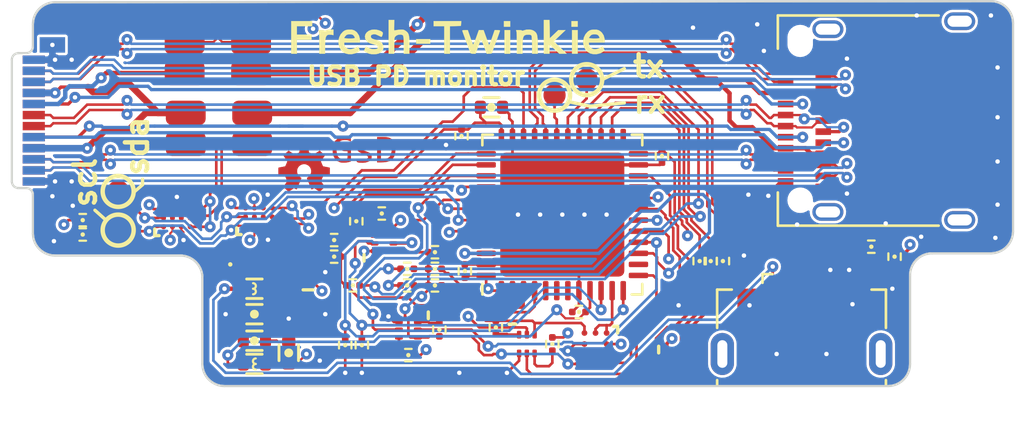
<source format=kicad_pcb>
(kicad_pcb (version 20221018) (generator pcbnew)
  (title_block (date "sam. 04 avril 2015"))
  (layers (0 "F.Cu" signal) (1 "In1.Cu" signal) (2 "In2.Cu" signal) (31 "B.Cu" signal) (34 "B.Paste" user) (35 "F.Paste" user) (36 "B.SilkS" user "B.Silkscreen") (37 "F.SilkS" user "F.Silkscreen") (38 "B.Mask" user) (39 "F.Mask" user) (44 "Edge.Cuts" user))
  (net 0 "")
  (net 1 "GND")
  (net 2 "+3V3")
  (net 3 "Net-(C1-Pad1)")
  (net 4 "Net-(D1-Pad1)")
  (net 5 "/USB_B_D_P")
  (net 6 "/USB_B_D_N")
  (net 7 "/USB_C_SSRX1_P")
  (net 8 "/USB_C_SSRX1_N")
  (net 9 "Net-(J2-PadA4)")
  (net 10 "/USB_C_SBU2")
  (net 11 "/USB_C_D_N")
  (net 12 "/USB_C_D_P")
  (net 13 "/USB_C_SSTX2_N")
  (net 14 "/USB_C_SSTX2_P")
  (net 15 "/USB_C_SSRX2_P")
  (net 16 "/USB_C_SBU1")
  (net 17 "/USB_C_SSRX2_N")
  (net 18 "/USB_C_CC1")
  (net 19 "/USB_C_SSTX1_N")
  (net 20 "/USB_C_SSTX1_P")
  (net 21 "Net-(P1-PadA4)")
  (net 22 "Net-(P1-PadB5)")
  (net 23 "/CC2_EN")
  (net 24 "Net-(Q1-Pad4)")
  (net 25 "Net-(Q1-Pad1)")
  (net 26 "/CC1_EN")
  (net 27 "/USB_C_CC2")
  (net 28 "Net-(Q2-Pad6)")
  (net 29 "/CC1_TX_EN")
  (net 30 "/CC1_TX_DATA")
  (net 31 "Net-(Q2-Pad3)")
  (net 32 "Net-(Q3-Pad6)")
  (net 33 "/CC2_TX_EN")
  (net 34 "/CC2_TX_DATA")
  (net 35 "Net-(Q3-Pad3)")
  (net 36 "/BOOT")
  (net 37 "/USB_B_ID")
  (net 38 "/USB_C_VBUS_N")
  (net 39 "/USB_C_VBUS_P")
  (net 40 "/USB_C_CC2_N")
  (net 41 "/USB_C_CC2_P")
  (net 42 "/CC1_RP3A0")
  (net 43 "/CC2_RP3A0")
  (net 44 "/CC1_RA")
  (net 45 "/CC2_RA")
  (net 46 "/CC1_RP1A5")
  (net 47 "/CC2_RP1A5")
  (net 48 "/CC1_RD")
  (net 49 "/CC2_RD")
  (net 50 "/CC1_RPUSB")
  (net 51 "/CC2_RPUSB")
  (net 52 "/USB_B_VBUS")
  (net 53 "/VBUS_ALERT_L")
  (net 54 "Net-(U1-PadC2)")
  (net 55 "Net-(U1-PadB2)")
  (net 56 "/SDA")
  (net 57 "/SCL")
  (net 58 "/CC2_ALERT_L")
  (net 59 "Net-(U2-PadC2)")
  (net 60 "Net-(U2-PadB2)")
  (net 61 "/CC2_BUF")
  (net 62 "/CC1_BUF")
  (net 63 "/TX_CLKOUT")
  (net 64 "/UART_RX")
  (net 65 "/UART_TX")
  (net 66 "/LED_B_L")
  (net 67 "/LED_R_L")
  (net 68 "Net-(U5-Pad25)")
  (net 69 "/LED_G_L")
  (net 70 "Net-(U5-Pad21)")
  (net 71 "/TX_CLKIN")
  (net 72 "/DAC")
  (net 73 "/NRST")
  (net 74 "/OSC_OUT")
  (net 75 "/OSC_IN")
  (net 76 "Net-(U5-Pad2)")
  (net 77 "Net-(D2-Pad2)")
  (net 78 "Net-(D2-Pad3)")
  (net 79 "Net-(D2-Pad4)")
  (net 80 "Net-(C5-Pad1)")
  (footprint "Diode_SMD:D_0402_1005Metric" (layer "F.Cu") (at 131.5 107.7)
    (fp_text reference "D1" hide)
    (fp_text value "5.6V" hide)
  )
  (footprint "pkl_dipol:L_0402" (layer "F.Cu") (at 131.5 108.8 180)
    (fp_text reference "FB1" hide)
    (fp_text value "600R" hide)
  )
  (footprint "Connector_USB:USB_Micro-B_GCT_USB3076-30-A" (layer "F.Cu") (at 156.2 110.55)
    (fp_text reference "J1" hide)
    (fp_text value "USB_B_Micro" hide)
  )
  (footprint "Connector_USB:USB_C_Receptacle_Amphenol_12401610E4-2A" (layer "F.Cu") (at 160.5 101.2 90)
    (fp_text reference "J2" hide)
    (fp_text value "USB_C_Receptacle" hide)
  )
  (footprint "Connector_USB:USB_C_Plug_Molex_105444" (layer "F.Cu") (at 121.5 101.2 90)
    (fp_text reference "P1" hide)
    (fp_text value "USB_C_Plug" hide)
  )
  (footprint "gkl_housings_qfn:MOSFET_1.0x0.6mm" (layer "F.Cu") (at 159.34 107.745 -90)
    (fp_text reference "Q4" hide)
    (fp_text value "Q_NMOS_DGS" hide)
  )
  (footprint "gkl_dipol:4W_R_1206" (layer "F.Cu") (at 129.9 101.55 180)
    (fp_text reference "R1" hide)
    (fp_text value "0.015" hide)
  )
  (footprint "gkl_dipol:4W_R_1206" (layer "F.Cu") (at 129.85 98.35)
    (fp_text reference "R2" hide)
    (fp_text value "0.015" hide)
  )
  (footprint "gkl_dipol:R_0201" (layer "F.Cu") (at 159.35 106.9 180)
    (fp_text reference "R19" hide)
    (fp_text value "51.1K" hide)
  )
  (footprint "gkl_dipol:R_0201" (layer "F.Cu") (at 160.4 107.35 -90)
    (fp_text reference "R20" hide)
    (fp_text value "51.1K" hide)
  )
  (footprint "gkl_housings_bga:DSBGA-12_1.56x1.39mm_Layout3x4_P0.4mm" (layer "F.Cu") (at 128 105.6 90)
    (fp_text reference "U1" hide)
    (fp_text value "INA231" hide)
  )
  (footprint "gkl_housings_bga:DSBGA-12_1.56x1.39mm_Layout3x4_P0.4mm" (layer "F.Cu") (at 131.7 105.55 90)
    (fp_text reference "U2" hide)
    (fp_text value "INA231" hide)
  )
  (footprint "Package_DFN_QFN:QFN-48-1EP_7x7mm_P0.5mm_EP5.6x5.6mm" (layer "F.Cu") (at 145.4 105.45 90)
    (fp_text reference "U5" hide)
    (fp_text value "STM32F072CBUx" hide)
  )
  (footprint "gkl_dipol:R_0201" (layer "F.Cu") (at 139.65 107.9 180)
    (fp_text reference "R10" hide)
    (fp_text value "12.1K" hide)
  )
  (footprint "gkl_dipol:R_0201" (layer "F.Cu") (at 136.35 111.35 -90)
    (fp_text reference "R3" hide)
    (fp_text value "381K" hide)
  )
  (footprint "gkl_dipol:R_0201" (layer "F.Cu") (at 139.65 108.65 180)
    (fp_text reference "R6" hide)
    (fp_text value "4.75K" hide)
  )
  (footprint "gkl_dipol:R_0201" (layer "F.Cu") (at 138.4 108.65)
    (fp_text reference "R14" hide)
    (fp_text value "35.7K" hide)
  )
  (footprint "gkl_dipol:R_0201" (layer "F.Cu") (at 139.85 110.65 90)
    (fp_text reference "R18" hide)
    (fp_text value "100R" hide)
  )
  (footprint "gkl_dipol:R_0201" (layer "F.Cu") (at 138.45 111.8 180)
    (fp_text reference "R17" hide)
    (fp_text value "200R" hide)
  )
  (footprint "gkl_dipol:R_0201" (layer "F.Cu") (at 135.6 111.35 -90)
    (fp_text reference "R4" hide)
    (fp_text value "381K" hide)
  )
  (footprint "gkl_dipol:R_0201" (layer "F.Cu") (at 139.65 107.15 180)
    (fp_text reference "R12" hide)
    (fp_text value "5.11K" hide)
  )
  (footprint "gkl_housings_bga:WLCSP-8 3X3_0.5" (layer "F.Cu") (at 146.9 111.3 -90)
    (fp_text reference "U4" hide)
    (fp_text value "AD8606ACB" hide)
  )
  (footprint "gkl_dipol:R_0201" (layer "F.Cu") (at 142.4 110.55 -90)
    (fp_text reference "R16" hide)
    (fp_text value "100R" hide)
  )
  (footprint "gkl_dipol:R_0201" (layer "F.Cu") (at 138.4 107.9)
    (fp_text reference "R8" hide)
    (fp_text value "1K" hide)
  )
  (footprint "gkl_housings_qfn:DFN1010B-6 (SOT1216)" (layer "F.Cu") (at 143.8 111.3)
    (fp_text reference "Q2" hide)
    (fp_text value "PMDXB600UNE" hide)
  )
  (footprint "gkl_housings_qfn:DFN1010B-6 (SOT1216)" (layer "F.Cu") (at 138.45 110.65 -90)
    (fp_text reference "Q3" hide)
    (fp_text value "PMDXB600UNE" hide)
  )
  (footprint "gkl_dipol:R_0201" (layer "F.Cu") (at 144.95 111.3 -90)
    (fp_text reference "R15" hide)
    (fp_text value "200R" hide)
  )
  (footprint "gkl_housings_qfn:DFN1010B-6 (SOT1216)" (layer "F.Cu") (at 137.35 106.75 90)
    (fp_text reference "Q1" hide)
    (fp_text value "PMDXB600UNE" hide)
  )
  (footprint "gkl_led:0404LED_RGB" (layer "F.Cu") (at 150.45 112)
    (fp_text reference "D2" hide)
    (fp_text value "LED_ARGB" hide)
  )
  (footprint "gkl_dipol:R_0201" (layer "F.Cu") (at 152.1 107.55 90)
    (fp_text reference "R21" hide)
    (fp_text value "576R" hide)
  )
  (footprint "gkl_dipol:R_0201" (layer "F.Cu") (at 152.65 107.55 90)
    (fp_text reference "R23" hide)
    (fp_text value "604R" hide)
  )
  (footprint "gkl_dipol:R_0201" (layer "F.Cu") (at 151.6 107.55 90)
    (fp_text reference "R25" hide)
    (fp_text value "806R" hide)
  )
  (footprint "gkl_dipol:R_0201" (layer "F.Cu") (at 136.1 105.75 -90)
    (fp_text reference "R5" hide)
    (fp_text value "4.75K" hide)
  )
  (footprint "gkl_dipol:R_0201" (layer "F.Cu") (at 135.95 108.65 180)
    (fp_text reference "R7" hide)
    (fp_text value "1K" hide)
  )
  (footprint "gkl_dipol:R_0201" (layer "F.Cu") (at 135.1 107.35)
    (fp_text reference "R13" hide)
    (fp_text value "35.7K" hide)
  )
  (footprint "gkl_dipol:R_0201" (layer "F.Cu") (at 137.25 105.4 180)
    (fp_text reference "R11" hide)
    (fp_text value "5.11K" hide)
  )
  (footprint "gkl_dipol:R_0201" (layer "F.Cu") (at 135.1 106.6)
    (fp_text reference "R9" hide)
    (fp_text value "12.1K" hide)
  )
  (footprint "gkl_logos:gsd_logo_small" (layer "F.Cu") (at 136.45 102.6)
    (fp_text reference "G***" hide)
    (fp_text value "LOGO" hide)
  )
  (footprint "gkl_logos:oshw_small" (layer "F.Cu") (at 133.75 103.4)
    (fp_text reference "G***" hide)
    (fp_text value "LOGO" hide)
  )
  (footprint "TestPoint:TestPoint_Pad_D1.0mm" (layer "F.Cu") (at 146.5 99.35)
    (fp_text reference "REF**" hide)
    (fp_text value "TestPoint_Pad_D1.0mm" hide)
  )
  (footprint "gkl_housings_son:X2SON_4_1.0x1.0mm" (layer "F.Cu") (at 133.45 108.3 180)
    (fp_text reference "U3" hide)
    (fp_text value "NCP167" hide)
  )
  (footprint "pkl_dipol:C_0402" (layer "F.Cu") (at 131.5 109.95 180)
    (fp_text reference "C1" hide)
    (fp_text value "1uF" hide)
  )
  (footprint "pkl_dipol:C_0201" (layer "F.Cu") (at 141 108 90)
    (fp_text reference "C2" hide)
    (fp_text value "100nF" hide)
  )
  (footprint "pkl_dipol:C_0201" (layer "F.Cu") (at 140.85 101.9 -90)
    (fp_text reference "C3" hide)
    (fp_text value "100nF" hide)
  )
  (footprint "pkl_dipol:C_0402" (layer "F.Cu") (at 133.05 111.7 90)
    (fp_text reference "C4" hide)
    (fp_text value "4.7uF" hide)
  )
  (footprint "pkl_dipol:C_0201" (layer "F.Cu") (at 146.15 109.85 180)
    (fp_text reference "C5" hide)
    (fp_text value "10nF" hide)
  )
  (footprint "pkl_dipol:C_0402" (layer "F.Cu") (at 142.2 100.6)
    (fp_text reference "C7" hide)
    (fp_text value "4.7uF" hide)
  )
  (footprint "pkl_dipol:C_0201" (layer "F.Cu") (at 149.9 102.8 -90)
    (fp_text reference "C8" hide)
    (fp_text value "100nF" hide)
  )
  (footprint "pkl_dipol:L_0402" (layer "F.Cu") (at 131.5 112.2)
    (fp_text reference "FB2" hide)
    (fp_text value "600R" hide)
  )
  (footprint "pkl_dipol:C_0402" (layer "F.Cu") (at 131.5 111.15)
    (fp_text reference "C6" hide)
    (fp_text value "1uF" hide)
  )
  (footprint "TestPoint:TestPoint_Pad_D1.0mm" (layer "F.Cu") (at 145.05 100.05)
    (fp_text reference "REF**" hide)
    (fp_text value "TestPoint_Pad_D1.0mm" hide)
  )
  (footprint "gkl_dipol:R_0201" (layer "F.Cu") (at 123.75 106.35)
    (fp_text reference "R22" hide)
    (fp_text value "2.12K" hide)
  )
  (footprint "gkl_dipol:R_0201" (layer "F.Cu") (at 123.75 105.7)
    (fp_text reference "R24" hide)
    (fp_text value "2.12K" hide)
  )
  (footprint "TestPoint:TestPoint_Pad_D1.0mm" (layer "F.Cu") (at 125.35 104.4)
    (fp_text reference "REF**" hide)
    (fp_text value "TestPoint_Pad_D1.0mm" hide)
  )
  (footprint "TestPoint:TestPoint_Pad_D1.0mm" (layer "F.Cu") (at 125.35 106.15)
    (fp_text reference "REF**" hide)
    (fp_text value "TestPoint_Pad_D1.0mm" hide)
  )
  (footprint "logo" (layer "F.Cu") (at 140.2 99.6)
    (fp_text reference "G***" hide)
    (fp_text value "LOGO" hide)
  )
  (footprint "NetTie:NetTie-2_SMD_Pad0.5mm" (layer "B.Cu") (at 142 107.2 180)
    (fp_text reference "NT1" hide)
    (fp_text value "Net-Tie_2" hide)
  )
  (gr_line (start 145.7 100.35) (end 146.65 100.55) (stroke (width 0.15)) (layer "F.SilkS"))
  (gr_line (start 146.65 100.55) (end 148.2 100.4) (stroke (width 0.15)) (layer "F.SilkS"))
  (gr_line (start 126.45 104.1) (end 126.45 103.85) (stroke (width 0.15)) (layer "F.SilkS"))
  (gr_line (start 124.8 105.7) (end 124.3 105.25) (stroke (width 0.15)) (layer "F.SilkS"))
  (gr_line (start 147.2 99.35) (end 148.2 98.85) (stroke (width 0.15)) (layer "F.SilkS"))
  (gr_line (start 126.1 104.4) (end 126.45 104.1) (stroke (width 0.15)) (layer "F.SilkS"))
  (gr_arc (start 120.55 98.45) (mid 120.637868 98.237868) (end 120.85 98.15) (stroke (width 0.1)) (layer "Edge.Cuts"))
  (gr_line (start 120.85 98.15) (end 121.2 98.15) (stroke (width 0.1)) (layer "Edge.Cuts"))
  (gr_arc (start 120.85 104.25) (mid 120.637868 104.162132) (end 120.55 103.95) (stroke (width 0.1)) (layer "Edge.Cuts"))
  (gr_arc (start 121.2 104.25) (mid 121.412132 104.337868) (end 121.5 104.55) (stroke (width 0.1)) (layer "Edge.Cuts"))
  (gr_arc (start 122.5 107.3) (mid 121.792893 107.007107) (end 121.5 106.3) (stroke (width 0.1)) (layer "Edge.Cuts"))
  (gr_line (start 121.5 106.3) (end 121.5 104.55) (stroke (width 0.1)) (layer "Edge.Cuts"))
  (gr_line (start 120.85 104.25) (end 121.2 104.25) (stroke (width 0.1)) (layer "Edge.Cuts"))
  (gr_line (start 120.55 103.95) (end 120.55 98.45) (stroke (width 0.1)) (layer "Edge.Cuts"))
  (gr_line (start 129.15 112.2) (end 129.15 108.3) (stroke (width 0.1)) (layer "Edge.Cuts"))
  (gr_line (start 128.15 107.3) (end 122.5 107.3) (stroke (width 0.1)) (layer "Edge.Cuts"))
  (gr_arc (start 128.15 107.3) (mid 128.857107 107.592893) (end 129.15 108.3) (stroke (width 0.1)) (layer "Edge.Cuts"))
  (gr_arc (start 130.15 113.2) (mid 129.442893 112.907107) (end 129.15 112.2) (stroke (width 0.1)) (layer "Edge.Cuts"))
  (gr_arc (start 161.1 112.2) (mid 160.807107 112.907107) (end 160.1 113.2) (stroke (width 0.1)) (layer "Edge.Cuts"))
  (gr_arc (start 164.75 95.8) (mid 165.457107 96.092893) (end 165.75 96.8) (stroke (width 0.1)) (layer "Edge.Cuts"))
  (gr_arc (start 121.5 96.85) (mid 121.792893 96.142893) (end 122.5 95.85) (stroke (width 0.1)) (layer "Edge.Cuts"))
  (gr_arc (start 161.1 108.2) (mid 161.392893 107.492893) (end 162.1 107.2) (stroke (width 0.1)) (layer "Edge.Cuts"))
  (gr_arc (start 165.75 106.2) (mid 165.457107 106.907107) (end 164.75 107.2) (stroke (width 0.1)) (layer "Edge.Cuts"))
  (gr_line (start 162.1 107.2) (end 164.75 107.2) (stroke (width 0.1)) (layer "Edge.Cuts"))
  (gr_line (start 161.1 112.2) (end 161.1 108.2) (stroke (width 0.1)) (layer "Edge.Cuts"))
  (gr_arc (start 121.5 97.85) (mid 121.412132 98.062132) (end 121.2 98.15) (stroke (width 0.1)) (layer "Edge.Cuts"))
  (gr_line (start 121.5 96.85) (end 121.5 97.85) (stroke (width 0.1)) (layer "Edge.Cuts"))
  (gr_line (start 165.75 96.8) (end 165.75 106.2) (stroke (width 0.1)) (layer "Edge.Cuts"))
  (gr_line (start 122.5 95.85) (end 164.75 95.8) (stroke (width 0.1)) (layer "Edge.Cuts"))
  (gr_line (start 160.1 113.2) (end 130.15 113.2) (stroke (width 0.1)) (layer "Edge.Cuts"))
  (gr_text "tx" (at 149.3 98.75) (layer "F.SilkS") (effects (font (size 1 1) (thickness 0.2))))
  (gr_text "scl" (at 123.85 104 90) (layer "F.SilkS") (effects (font (size 1 1) (thickness 0.2))))
  (gr_text "sda\n" (at 126.2 102.35 90) (layer "F.SilkS") (effects (font (size 1 1) (thickness 0.2))))
  (gr_text "rx" (at 149.35 100.35) (layer "F.SilkS") (effects (font (size 1 1) (thickness 0.2))))
  (gr_text "USB PD monitor" (at 138.8 99.2) (layer "F.SilkS") (effects (font (size 0.8 0.8) (thickness 0.2))))
  (segment (start 122.38 104.62) (end 122.38 104.07) (width 0.3) (layer "F.Cu") (net 1))
  (segment (start 135.6 111.65) (end 135.6 112.6) (width 0.12) (layer "F.Cu") (net 1))
  (segment (start 155.48 98.45) (end 154.9 98.45) (width 0.15) (layer "F.Cu") (net 1))
  (segment (start 132.55 111.2) (end 132.5 111.15) (width 0.12) (layer "F.Cu") (net 1))
  (segment (start 140.25 102.2) (end 140.15 102.3) (width 0.12) (layer "F.Cu") (net 1))
  (segment (start 141.9625 107.7) (end 141 107.7) (width 0.12) (layer "F.Cu") (net 1))
  (segment (start 127.8 104.85) (end 127.999996 104.650004) (width 0.089) (layer "F.Cu") (net 1))
  (segment (start 131 109.95) (end 130.2 109.95) (width 0.2) (layer "F.Cu") (net 1))
  (segment (start 147.65 103.2) (end 145.4 105.45) (width 0.15) (layer "F.Cu") (net 1))
  (segment (start 148.8375 103.2) (end 147.65 103.2) (width 0.15) (layer "F.Cu") (net 1))
  (segment (start 131.985 106.715) (end 132.1125 106.5875) (width 0.2) (layer "F.Cu") (net 1))
  (segment (start 131.9 104.75) (end 132.1 104.55) (width 0.089) (layer "F.Cu") (net 1))
  (segment (start 121.54 98.45) (end 122.5 98.45) (width 0.12) (layer "F.Cu") (net 1))
  (segment (start 122.38 104.62) (end 122.38 104.62) (width 0.3) (layer "F.Cu") (net 1))
  (segment (start 157.95 98.7) (end 158.25 98.4) (width 0.15) (layer "F.Cu") (net 1))
  (segment (start 122.5 98.45) (end 123.25 98.45) (width 0.12) (layer "F.Cu") (net 1))
  (segment (start 138.025 110.3) (end 137.799 110.3) (width 0.12) (layer "F.Cu") (net 1))
  (segment (start 146.15 109.55) (end 145.85 109.85) (width 0.12) (layer "F.Cu") (net 1))
  (segment (start 145.960987 111.3) (end 145.899999 111.360988) (width 0.12) (layer "F.Cu") (net 1))
  (segment (start 127.8 105.2) (end 127.8 104.85) (width 0.089) (layer "F.Cu") (net 1))
  (segment (start 155.48 103.95) (end 155.28 103.95) (width 0.15) (layer "F.Cu") (net 1))
  (segment (start 154.7 104.53) (end 154.7 104.599998) (width 0.15) (layer "F.Cu") (net 1))
  (segment (start 128.3 106.246447) (end 128.203553 106.15) (width 0.089) (layer "F.Cu") (net 1))
  (segment (start 127.999996 104.650004) (end 128 104.650004) (width 0.089) (layer "F.Cu") (net 1))
  (segment (start 143.15 102.0125) (end 143.15 103.2) (width 0.12) (layer "F.Cu") (net 1))
  (segment (start 143.15 107.7) (end 141.9625 107.7) (width 0.12) (layer "F.Cu") (net 1))
  (segment (start 142.7 100.6) (end 143.005457 100.905457) (width 0.12) (layer "F.Cu") (net 1))
  (segment (start 133.45 107.65) (end 133.55 107.55) (width 0.12) (layer "F.Cu") (net 1))
  (segment (start 134.2 107.55) (end 134.7 108.05) (width 0.12) (layer "F.Cu") (net 1))
  (segment (start 140.85 102.2) (end 140.25 102.2) (width 0.12) (layer "F.Cu") (net 1))
  (segment (start 122.5 103.95) (end 123.25 103.95) (width 0.12) (layer "F.Cu") (net 1))
  (segment (start 131.9 105.95) (end 131.9 106.375) (width 0.089) (layer "F.Cu") (net 1))
  (segment (start 158.38 107.92) (end 158.35 107.95) (width 0.15) (layer "F.Cu") (net 1))
  (segment (start 143.45 112.05198) (end 143.149999 112.351981) (width 0.12) (layer "F.Cu") (net 1))
  (segment (start 143.15 103.2) (end 145.4 105.45) (width 0.12) (layer "F.Cu") (net 1))
  (segment (start 132.05 111.2) (end 132 111.15) (width 0.2) (layer "F.Cu") (net 1))
  (segment (start 159.015 107.92) (end 158.38 107.92) (width 0.15) (layer "F.Cu") (net 1))
  (segment (start 145.4 105.45) (end 143.15 107.7) (width 0.12) (layer "F.Cu") (net 1))
  (segment (start 157.18 98.7) (end 157.95 98.7) (width 0.15) (layer "F.Cu") (net 1))
  (segment (start 128.2 105.2) (end 128.2 104.850004) (width 0.089) (layer "F.Cu") (net 1))
  (segment (start 123.25 103.95) (end 121.54 103.95) (width 0.3) (layer "F.Cu") (net 1))
  (segment (start 133.55 107.55) (end 134.2 107.55) (width 0.12) (layer "F.Cu") (net 1))
  (segment (start 157.18 104.2) (end 157.95 104.2) (width 0.15) (layer "F.Cu") (net 1))
  (segment (start 128.2 104.850004) (end 128 104.650004) (width 0.089) (layer "F.Cu") (net 1))
  (segment (start 131.985 107.7) (end 131.985 106.715) (width 0.2) (layer "F.Cu") (net 1))
  (segment (start 133.95 107.975) (end 134.625 107.975) (width 0.12) (layer "F.Cu") (net 1))
  (segment (start 121.54 103.95) (end 122.5 103.95) (width 0.12) (layer "F.Cu") (net 1))
  (segment (start 136.35 111.65) (end 136.35 112.6) (width 0.12) (layer "F.Cu") (net 1))
  (segment (start 148.8375 103.2) (end 149.8 103.2) (width 0.12) (layer "F.Cu") (net 1))
  (segment (start 146.15 106.2) (end 146.15 108.8875) (width 0.12) (layer "F.Cu") (net 1))
  (segment (start 143.005457 100.905457) (end 143.005457 101.105457) (width 0.12) (layer "F.Cu") (net 1))
  (segment (start 133.45 108.3) (end 133.45 107.65) (width 0.12) (layer "F.Cu") (net 1))
  (segment (start 155.28 103.95) (end 154.7 104.53) (width 0.15) (layer "F.Cu") (net 1))
  (segment (start 123.25 98.45) (end 121.54 98.45) (width 0.3) (layer "F.Cu") (net 1))
  (segment (start 131.9 105.15) (end 131.9 104.75) (width 0.089) (layer "F.Cu") (net 1))
  (segment (start 146.15 108.8875) (end 146.15 109.55) (width 0.12) (layer "F.Cu") (net 1))
  (segment (start 128.2 106) (end 128.2 106.15) (width 0.089) (layer "F.Cu") (net 1))
  (segment (start 143.45 111.725) (end 143.45 112.05198) (width 0.12) (layer "F.Cu") (net 1))
  (segment (start 154.9 98.45) (end 154.5 98.05) (width 0.15) (layer "F.Cu") (net 1))
  (segment (start 132 111.15) (end 132.5 111.15) (width 0.12) (layer "F.Cu") (net 1))
  (segment (start 134.625 107.975) (end 134.7 108.05) (width 0.12) (layer "F.Cu") (net 1))
  (segment (start 133.05 111.2) (end 133.05 110.15) (width 0.12) (layer "F.Cu") (net 1))
  (segment (start 143.15 102.0125) (end 143.15 101.25) (width 0.12) (layer "F.Cu") (net 1))
  (segment (start 122.38 104.07) (end 122.5 103.95) (width 0.3) (layer "F.Cu") (net 1))
  (segment (start 143.005457 101.105457) (end 143.15 101.25) (width 0.12) (layer "F.Cu") (net 1))
  (segment (start 137.799 110.3) (end 137.55 110.051) (width 0.12) (layer "F.Cu") (net 1))
  (segment (start 143.149999 112.351981) (end 142.9 112.60198) (width 0.12) (layer "F.Cu") (net 1))
  (segment (start 157.95 104.2) (end 158.25 104.5) (width 0.15) (layer "F.Cu") (net 1))
  (segment (start 145.899999 111.360988) (end 145.65 111.610987) (width 0.12) (layer "F.Cu") (net 1))
  (segment (start 133.05 111.2) (end 132.55 111.2) (width 0.12) (layer "F.Cu") (net 1))
  (segment (start 157.5 109.1) (end 157.5 107.95) (width 0.12) (layer "F.Cu") (net 1))
  (segment (start 146.4 111.3) (end 145.960987 111.3) (width 0.12) (layer "F.Cu") (net 1))
  (segment (start 128.203553 106.15) (end 128.2 106.15) (width 0.089) (layer "F.Cu") (net 1))
  (segment (start 149.8 103.2) (end 149.9 103.1) (width 0.12) (layer "F.Cu") (net 1))
  (segment (start 131.9 106.375) (end 132.1125 106.5875) (width 0.089) (layer "F.Cu") (net 1))
  (segment (start 128.3 106.6) (end 128.3 106.246447) (width 0.089) (layer "F.Cu") (net 1))
  (via (at 134.7 108.05) (size 0.5) (drill 0.2) (layers "F.Cu" "B.Cu") (net 1))
  (via (at 133.05 110.15) (size 0.5) (drill 0.2) (layers "F.Cu" "B.Cu") (net 1))
  (via (at 134.7 109.95) (size 0.5) (drill 0.2) (layers "F.Cu" "B.Cu") (net 1))
  (via (at 134.45 112.05) (size 0.5) (drill 0.2) (layers "F.Cu" "B.Cu") (net 1))
  (via (at 150.65 109.55) (size 0.5) (drill 0.2) (layers "F.Cu" "B.Cu") (net 1))
  (via (at 153.6 107.3) (size 0.5) (drill 0.2) (layers "F.Cu" "B.Cu") (net 1))
  (via (at 153.8 104.55) (size 0.5) (drill 0.2) (layers "F.Cu" "B.Cu") (net 1))
  (via (at 156 105.9) (size 0.5) (drill 0.2) (layers "F.Cu" "B.Cu") (net 1))
  (via (at 160 105.85) (size 0.5) (drill 0.2) (layers "F.Cu" "B.Cu") (net 1))
  (via (at 165.05 105) (size 0.5) (drill 0.2) (layers "F.Cu" "B.Cu") (net 1))
  (via (at 165.05 103.05) (size 0.5) (drill 0.2) (layers "F.Cu" "B.Cu") (net 1))
  (via (at 165.05 101.05) (size 0.5) (drill 0.2) (layers "F.Cu" "B.Cu") (net 1))
  (via (at 165.05 98.8) (size 0.5) (drill 0.2) (layers "F.Cu" "B.Cu") (net 1))
  (via (at 164.75 96.45) (size 0.5) (drill 0.2) (layers "F.Cu" "B.Cu") (net 1))
  (via (at 161.4 96.45) (size 0.5) (drill 0.2) (layers "F.Cu" "B.Cu") (net 1))
  (via (at 154.2 96.85) (size 0.5) (drill 0.2) (layers "F.Cu" "B.Cu") (net 1))
  (via (at 151.3 97) (size 0.5) (drill 0.2) (layers "F.Cu" "B.Cu") (net 1))
  (via (at 161.6 106.45) (size 0.5) (drill 0.2) (layers "F.Cu" "B.Cu") (net 1))
  (via (at 147.4 105.45) (size 0.5) (drill 0.2) (layers "F.Cu" "B.Cu") (net 1))
  (via (at 146.4 105.45) (size 0.5) (drill 0.2) (layers "F.Cu" "B.Cu") (net 1))
  (via (at 154.7 104.599998) (size 0.5) (drill 0.2) (layers "F.Cu" "B.Cu") (net 1))
  (via (at 155.075 111.75) (size 0.5) (drill 0.2) (layers "F.Cu" "B.Cu") (net 1))
  (via (at 135.6 112.6) (size 0.5) (drill 0.2) (layers "F.Cu" "B.Cu") (net 1))
  (via (at 143.4 105.45) (size 0.5) (drill 0.2) (layers "F.Cu" "B.Cu") (net 1))
  (via (at 123.25 103.95) (size 0.5) (drill 0.2) (layers "F.Cu" "B.Cu") (net 1))
  (via (at 158.35 107.95) (size 0.5) (drill 0.2) (layers "F.Cu" "B.Cu") (net 1))
  (via (at 145.65 111.610987) (size 0.5) (drill 0.2) (layers "F.Cu" "B.Cu") (net 1))
  (via (at 160.3 108.8) (size 0.5) (drill 0.2) (layers "F.Cu" "B.Cu") (net 1))
  (via (at 144.4 105.45) (size 0.5) (drill 0.2) (layers "F.Cu" "B.Cu") (net 1))
  (via (at 132.1 104.55) (size 0.5) (drill 0.2) (layers "F.Cu" "B.Cu") (net 1))
  (via (at 130.2 109.95) (size 0.5) (drill 0.2) (layers "F.Cu" "B.Cu") (net 1))
  (via (at 164.95 106.5) (size 0.5) (drill 0.2) (layers "F.Cu" "B.Cu") (net 1))
  (via (at 157.5 107.95) (size 0.5) (drill 0.2) (layers "F.Cu" "B.Cu") (net 1))
  (via (at 158.5 109.5) (size 0.5) (drill 0.2) (layers "F.Cu" "B.Cu") (net 1))
  (via (at 137.55 110.051) (size 0.5) (drill 0.2) (layers "F.Cu" "B.Cu") (net 1))
  (via (at 157.325 111.75) (size 0.5) (drill 0.2) (layers "F.Cu" "B.Cu") (net 1))
  (via (at 154.5 98.05) (size 0.5) (drill 0.2) (layers "F.Cu" "B.Cu") (net 1))
  (via (at 142.9 112.60198) (size 0.5) (drill 0.2) (layers "F.Cu" "B.Cu") (net 1))
  (via (at 123.3 105.05) (size 0.5) (drill 0.2) (layers "F.Cu" "B.Cu") (net 1))
  (via (at 122.38 97.78) (size 0.5) (drill 0.2) (layers "F.Cu" "B.Cu") (net 1))
  (via (at 140.75 112.6) (size 0.5) (drill 0.2) (layers "F.Cu" "B.Cu") (net 1))
  (via (at 158.25 104.5) (size 0.5) (drill 0.2) (layers "F.Cu" "B.Cu") (net 1))
  (via (at 140.15 102.3) (size 0.5) (drill 0.2) (layers "F.Cu" "B.Cu") (net 1))
  (via (at 122.45 106.65) (size 0.5) (drill 0.2) (layers "F.Cu" "B.Cu") (net 1))
  (via (at 145.4 105.45) (size 0.5) (drill 0.2) (layers "F.Cu" "B.Cu") (net 1))
  (via (at 123.25 98.45) (size 0.5) (drill 0.2) (layers "F.Cu" "B.Cu") (net 1))
  (via (at 153.85 109.55) (size 0.5) (drill 0.2) (layers "F.Cu" "B.Cu") (net 1))
  (via (at 128 104.650004) (size 0.5) (drill 0.2) (layers "F.Cu" "B.Cu") (net 1))
  (via (at 122.5 98.45) (size 0.5) (drill 0.2) (layers "F.Cu" "B.Cu") (net 1))
  (via (at 122.38 104.62) (size 0.5) (drill 0.2) (layers "F.Cu" "B.Cu") (net 1))
  (via (at 158.25 98.4) (size 0.5) (drill 0.2) (layers "F.Cu" "B.Cu") (net 1))
  (via (at 132.1125 106.5875) (size 0.5) (drill 0.2) (layers "F.Cu" "B.Cu") (net 1))
  (via (at 122.5 103.95) (size 0.5) (drill 0.2) (layers "F.Cu" "B.Cu") (net 1))
  (via (at 136.35 112.6) (size 0.5) (drill 0.2) (layers "F.Cu" "B.Cu") (net 1))
  (via (at 128.3 106.6) (size 0.5) (drill 0.2) (layers "F.Cu" "B.Cu") (net 1))
  (segment (start 122.38 97.78) (end 122.38 98.33) (width 0.3) (layer "B.Cu") (net 1))
  (segment (start 122.38 98.33) (end 122.5 98.45) (width 0.3) (layer "B.Cu") (net 1))
  (segment (start 121.54 103.95) (end 122.5 103.95) (width 0.12) (layer "B.Cu") (net 1))
  (segment (start 123.25 98.45) (end 121.54 98.45) (width 0.3) (layer "B.Cu") (net 1))
  (segment (start 123.25 103.95) (end 121.54 103.95) (width 0.3) (layer "B.Cu") (net 1))
  (segment (start 121.54 98.45) (end 122.5 98.45) (width 0.12) (layer "B.Cu") (net 1))
  (segment (start 122.38 97.78) (end 122.38 97.78) (width 0.3) (layer "B.Cu") (net 1))
  (segment (start 141.15 101.6) (end 140.85 101.6) (width 0.12) (layer "F.Cu") (net 2))
  (segment (start 150.810802 105.738084) (end 150.810802 105.889647) (width 0.12) (layer "F.Cu") (net 2))
  (segment (start 141 108.3) (end 141.1 108.3) (width 0.12) (layer "F.Cu") (net 2))
  (segment (start 141.7 101.05) (end 141.7 100.6) (width 0.12) (layer "F.Cu") (net 2))
  (segment (start 142.65 101.4) (end 142.55 101.3) (width 0.12) (layer "F.Cu") (net 2))
  (segment (start 150.125 111.675) (end 150.125 111.275) (width 0.15) (layer "F.Cu") (net 2))
  (segment (start 142.55 101.3) (end 141.95 101.3) (width 0.12) (layer "F.Cu") (net 2))
  (segment (start 127.699984 106.300016) (end 127.8 106.2) (width 0.089) (layer "F.Cu") (net 2))
  (segment (start 133.05 112.2) (end 133.4 112.2) (width 0.1) (layer "F.Cu") (net 2))
  (segment (start 150.810802 105.889647) (end 151.056747 106.135592) (width 0.12) (layer "F.Cu") (net 2))
  (segment (start 136.5 103.75) (end 135.1 105.15) (width 0.12) (layer "F.Cu") (net 2))
  (segment (start 142.65 102.0125) (end 142.65 101.4) (width 0.12) (layer "F.Cu") (net 2))
  (segment (start 150.473965 103.073965) (end 150.473965 105.401247) (width 0.12) (layer "F.Cu") (net 2))
  (segment (start 131.5 105.15) (end 131.5 104.750004) (width 0.089) (layer "F.Cu") (net 2))
  (segment (start 141.45 101.3) (end 141.15 101.6) (width 0.12) (layer "F.Cu") (net 2))
  (segment (start 141.9625 108.7125) (end 142.05 108.8) (width 0.12) (layer "F.Cu") (net 2))
  (segment (start 138.75 111.8) (end 139 111.8) (width 0.12) (layer "F.Cu") (net 2))
  (segment (start 123.1 105.7) (end 122.9 105.9) (width 0.12) (layer "F.Cu") (net 2))
  (segment (start 133.05 112.2) (end 132 112.2) (width 0.2) (layer "F.Cu") (net 2))
  (segment (start 142.1375 108.8875) (end 142.05 108.8) (width 0.12) (layer "F.Cu") (net 2))
  (segment (start 150.125 111.275) (end 150.35 111.05) (width 0.15) (layer "F.Cu") (net 2))
  (segment (start 131.5 105.95) (end 131.5 106.4) (width 0.089) (layer "F.Cu") (net 2))
  (segment (start 127.8 106.2) (end 127.8 106) (width 0.089) (layer "F.Cu") (net 2))
  (segment (start 131.5 106.4) (end 131.3 106.6) (width 0.089) (layer "F.Cu") (net 2))
  (segment (start 141.9625 108.2) (end 141.9625 108.7125) (width 0.12) (layer "F.Cu") (net 2))
  (segment (start 133.97 108.625) (end 134.275 108.625) (width 0.12) (layer "F.Cu") (net 2))
  (segment (start 123.45 105.7) (end 123.1 105.7) (width 0.12) (layer "F.Cu") (net 2))
  (segment (start 140.05 101.6) (end 137.9 103.75) (width 0.12) (layer "F.Cu") (net 2))
  (segment (start 151.056747 106.135592) (end 151.056747 106.404292) (width 0.12) (layer "F.Cu") (net 2))
  (segment (start 123.45 106.35) (end 123.45 105.7) (width 0.12) (layer "F.Cu") (net 2))
  (segment (start 141.95 101.3) (end 141.7 101.05) (width 0.12) (layer "F.Cu") (net 2))
  (segment (start 142.65 108.8875) (end 142.1375 108.8875) (width 0.12) (layer "F.Cu") (net 2))
  (segment (start 147.4 111.3) (end 148.05 111.3) (width 0.12) (layer "F.Cu") (net 2))
  (segment (start 145.45 111) (end 145.65 110.8) (width 0.12) (layer "F.Cu") (net 2))
  (segment (start 149.9 102.5) (end 150.473965 103.073965) (width 0.12) (layer "F.Cu") (net 2))
  (segment (start 144.95 111) (end 145.45 111) (width 0.12) (layer "F.Cu") (net 2))
  (segment (start 127.699984 106.6) (end 127.699984 106.300016) (width 0.089) (layer "F.Cu") (net 2))
  (segment (start 148.8375 102.7) (end 149.7 102.7) (width 0.12) (layer "F.Cu") (net 2))
  (segment (start 150.473965 105.401247) (end 150.810802 105.738084) (width 0.12) (layer "F.Cu") (net 2))
  (segment (start 141.1 108.3) (end 141.2 108.2) (width 0.12) (layer "F.Cu") (net 2))
  (segment (start 134.275 108.625) (end 134.55 108.9) (width 0.12) (layer "F.Cu") (net 2))
  (segment (start 141.95 101.3) (end 141.45 101.3) (width 0.12) (layer "F.Cu") (net 2))
  (segment (start 137.9 103.75) (end 136.5 103.75) (width 0.12) (layer "F.Cu") (net 2))
  (segment (start 139 111.8) (end 139.25 111.55) (width 0.12) (layer "F.Cu") (net 2))
  (segment (start 149.7 102.7) (end 149.9 102.5) (width 0.12) (layer "F.Cu") (net 2))
  (segment (start 131.5 104.750004) (end 131.474998 104.725002) (width 0.089) (layer "F.Cu") (net 2))
  (segment (start 141.9625 108.2) (end 141.2 108.2) (width 0.12) (layer "F.Cu") (net 2))
  (segment (start 140.85 101.6) (end 140.05 101.6) (width 0.12) (layer "F.Cu") (net 2))
  (segment (start 133.4 112.2) (end 133.85 111.75) (width 0.1) (layer "F.Cu") (net 2))
  (via (at 131.474998 104.725002) (size 0.5) (drill 0.2) (layers "F.Cu" "B.Cu") (net 2))
  (via (at 135.1 105.15) (size 0.5) (drill 0.2) (layers "F.Cu" "B.Cu") (net 2))
  (via (at 139.25 111.55) (size 0.5) (drill 0.2) (layers "F.Cu" "B.Cu") (net 2))
  (via (at 148.05 111.3) (size 0.5) (drill 0.2) (layers "F.Cu" "B.Cu") (net 2))
  (via (at 134.55 108.9) (size 0.5) (drill 0.2) (layers "F.Cu" "B.Cu") (net 2))
  (via (at 127.699984 106.6) (size 0.5) (drill 0.2) (layers "F.Cu" "B.Cu") (net 2))
  (via (at 131.3 106.6) (size 0.5) (drill 0.2) (layers "F.Cu" "B.Cu") (net 2))
  (via (at 133.85 111.75) (size 0.5) (drill 0.2) (layers "F.Cu" "B.Cu") (net 2))
  (via (at 151.056747 106.404292) (size 0.5) (drill 0.2) (layers "F.Cu" "B.Cu") (net 2))
  (via (at 142.05 108.8) (size 0.5) (drill 0.2) (layers "F.Cu" "B.Cu") (net 2))
  (via (at 122.9 105.9) (size 0.5) (drill 0.2) (layers "F.Cu" "B.Cu") (net 2))
  (via (at 150.35 111.05) (size 0.5) (drill 0.2) (layers "F.Cu" "B.Cu") (net 2))
  (via (at 145.65 110.8) (size 0.5) (drill 0.2) (layers "F.Cu" "B.Cu") (net 2))
  (segment (start 132 109.95) (end 132 108.8) (width 0.2) (layer "F.Cu") (net 3))
  (segment (start 132.6 108.6) (end 132.625 108.625) (width 0.1) (layer "F.Cu") (net 3))
  (segment (start 132.625 108.625) (end 132.45 108.8) (width 0.12) (layer "F.Cu") (net 3))
  (segment (start 132.45 108.8) (end 132 108.8) (width 0.12) (layer "F.Cu") (net 3))
  (segment (start 132.6 108.115) (end 132.6 108.6) (width 0.1) (layer "F.Cu") (net 3))
  (segment (start 132.93 107.975) (end 132.74 107.975) (width 0.1) (layer "F.Cu") (net 3))
  (segment (start 132.74 107.975) (end 132.6 108.115) (width 0.1) (layer "F.Cu") (net 3))
  (segment (start 132.95 108.625) (end 132.625 108.625) (width 0.12) (layer "F.Cu") (net 3))
  (segment (start 131.015 107.7) (end 131.015 108.785) (width 0.2) (layer "F.Cu") (net 4))
  (segment (start 131 108.8) (end 130.15 108.8) (width 0.2) (layer "F.Cu") (net 4))
  (segment (start 131.015 108.785) (end 131 108.8) (width 0.2) (layer "F.Cu") (net 4))
  (segment (start 154.9 109.1) (end 154.9 107.8) (width 0.12) (layer "F.Cu") (net 4))
  (via (at 130.15 108.8) (size 0.5) (drill 0.2) (layers "F.Cu" "B.Cu") (net 4))
  (via (at 154.9 107.8) (size 0.5) (drill 0.2) (layers "F.Cu" "B.Cu") (net 4))
  (segment (start 143.538542 112.65) (end 143.037543 112.149001) (width 0.12) (layer "B.Cu") (net 4))
  (segment (start 154.9 107.8) (end 152.5 110.2) (width 0.12) (layer "B.Cu") (net 4))
  (segment (start 135.250999 112.149001) (end 134.800999 112.599001) (width 0.12) (layer "B.Cu") (net 4))
  (segment (start 150.2 110.2) (end 147.75 112.65) (width 0.12) (layer "B.Cu") (net 4))
  (segment (start 152.5 110.2) (end 150.2 110.2) (width 0.12) (layer "B.Cu") (net 4))
  (segment (start 134.800999 112.599001) (end 130.199001 112.599001) (width 0.12) (layer "B.Cu") (net 4))
  (segment (start 129.65 109.3) (end 130.15 108.8) (width 0.12) (layer "B.Cu") (net 4))
  (segment (start 147.75 112.65) (end 143.538542 112.65) (width 0.12) (layer "B.Cu") (net 4))
  (segment (start 130.199001 112.599001) (end 129.65 112.05) (width 0.12) (layer "B.Cu") (net 4))
  (segment (start 143.037543 112.149001) (end 135.250999 112.149001) (width 0.12) (layer "B.Cu") (net 4))
  (segment (start 129.65 112.05) (end 129.65 109.3) (width 0.12) (layer "B.Cu") (net 4))
  (segment (start 152.171 101.14988) (end 152.171 104.94988) (width 0.115) (layer "F.Cu") (net 5))
  (segment (start 144.279 101.321) (end 144.279 101.10012) (width 0.115) (layer "F.Cu") (net 5))
  (segment (start 143.929 100.75012) (end 143.929 98.84988) (width 0.115) (layer "F.Cu") (net 5))
  (segment (start 155.996 107.57488) (end 155.996 107.845999) (width 0.115) (layer "F.Cu") (net 5))
  (segment (start 144.15 101.45) (end 144.279 101.321) (width 0.12) (layer "F.Cu") (net 5))
  (segment (start 143.929 98.84988) (end 144.64988 98.129) (width 0.115) (layer "F.Cu") (net 5))
  (segment (start 152.171 104.94988) (end 153.40012 106.179) (width 0.115) (layer "F.Cu") (net 5))
  (segment (start 144.279 101.10012) (end 143.929 100.75012) (width 0.115) (layer "F.Cu") (net 5))
  (segment (start 144.15 102.0125) (end 144.15 101.45) (width 0.12) (layer "F.Cu") (net 5))
  (segment (start 156.2 108.049999) (end 156.2 109.1) (width 0.115) (layer "F.Cu") (net 5))
  (segment (start 155.996 107.845999) (end 156.2 108.049999) (width 0.115) (layer "F.Cu") (net 5))
  (segment (start 144.64988 98.129) (end 149.15012 98.129) (width 0.115) (layer "F.Cu") (net 5))
  (segment (start 153.40012 106.179) (end 154.60012 106.179) (width 0.115) (layer "F.Cu") (net 5))
  (segment (start 149.15012 98.129) (end 152.171 101.14988) (width 0.115) (layer "F.Cu") (net 5))
  (segment (start 154.60012 106.179) (end 155.996 107.57488) (width 0.115) (layer "F.Cu") (net 5))
  (segment (start 151.946502 101.267622) (end 151.946502 105.067622) (width 0.115) (layer "F.Cu") (net 6))
  (segment (start 153.29988 106.421) (end 154.49988 106.421) (width 0.115) (layer "F.Cu") (net 6))
  (segment (start 155.55 108.285) (end 155.55 109.1) (width 0.115) (layer "F.Cu") (net 6))
  (segment (start 155.754 107.67512) (end 155.754 107.845999) (width 0.115) (layer "F.Cu") (net 6))
  (segment (start 144.65 101.458) (end 144.521 101.329) (width 0.12) (layer "F.Cu") (net 6))
  (segment (start 149.04988 98.371) (end 151.946502 101.267622) (width 0.115) (layer "F.Cu") (net 6))
  (segment (start 144.65 102.0125) (end 144.65 101.458) (width 0.12) (layer "F.Cu") (net 6))
  (segment (start 144.521 100.99988) (end 144.171 100.64988) (width 0.115) (layer "F.Cu") (net 6))
  (segment (start 151.946502 105.067622) (end 153.29988 106.421) (width 0.115) (layer "F.Cu") (net 6))
  (segment (start 154.49988 106.421) (end 155.754 107.67512) (width 0.115) (layer "F.Cu") (net 6))
  (segment (start 155.55 108.049999) (end 155.55 108.285) (width 0.115) (layer "F.Cu") (net 6))
  (segment (start 144.75012 98.371) (end 149.04988 98.371) (width 0.115) (layer "F.Cu") (net 6))
  (segment (start 144.171 98.95012) (end 144.75012 98.371) (width 0.115) (layer "F.Cu") (net 6))
  (segment (start 155.754 107.845999) (end 155.55 108.049999) (width 0.115) (layer "F.Cu") (net 6))
  (segment (start 144.521 101.329) (end 144.521 100.99988) (width 0.115) (layer "F.Cu") (net 6))
  (segment (start 144.171 100.64988) (end 144.171 98.95012) (width 0.115) (layer "F.Cu") (net 6))
  (segment (start 158.0575 103.571) (end 157.834001 103.571) (width 0.115) (layer "F.Cu") (net 7))
  (segment (start 157.705001 103.7) (end 157.18 103.7) (width 0.115) (layer "F.Cu") (net 7))
  (segment (start 158.25 103.7635) (end 158.0575 103.571) (width 0.115) (layer "F.Cu") (net 7))
  (segment (start 157.834001 103.571) (end 157.705001 103.7) (width 0.115) (layer "F.Cu") (net 7))
  (via (at 158.25 103.7635) (size 0.5) (drill 0.2) (layers "F.Cu" "B.Cu") (net 7))
  (segment (start 122.419001 103.321) (end 123.44988 103.321) (width 0.115) (layer "B.Cu") (net 7))
  (segment (start 123.44988 103.321) (end 124.04988 103.921) (width 0.115) (layer "B.Cu") (net 7))
  (segment (start 124.04988 103.921) (end 156.90012 103.921) (width 0.115) (layer "B.Cu") (net 7))
  (segment (start 157.25012 103.571) (end 158.0575 103.571) (width 0.115) (layer "B.Cu") (net 7))
  (segment (start 156.90012 103.921) (end 157.25012 103.571) (width 0.115) (layer "B.Cu") (net 7))
  (segment (start 158.0575 103.571) (end 158.25 103.7635) (width 0.115) (layer "B.Cu") (net 7))
  (segment (start 121.54 103.45) (end 122.290001 103.45) (width 0.115) (layer "B.Cu") (net 7))
  (segment (start 122.290001 103.45) (end 122.419001 103.321) (width 0.115) (layer "B.Cu") (net 7))
  (segment (start 158.25 103.1365) (end 158.0575 103.329) (width 0.115) (layer "F.Cu") (net 8))
  (segment (start 157.834001 103.329) (end 157.705001 103.2) (width 0.115) (layer "F.Cu") (net 8))
  (segment (start 157.705001 103.2) (end 157.18 103.2) (width 0.115) (layer "F.Cu") (net 8))
  (segment (start 158.0575 103.329) (end 157.834001 103.329) (width 0.115) (layer "F.Cu") (net 8))
  (via (at 158.25 103.1365) (size 0.5) (drill 0.2) (layers "F.Cu" "B.Cu") (net 8))
  (segment (start 123.55012 103.079) (end 124.15012 103.679) (width 0.115) (layer "B.Cu") (net 8))
  (segment (start 156.79988 103.679) (end 157.14988 103.329) (width 0.115) (layer "B.Cu") (net 8))
  (segment (start 121.54 102.95) (end 122.290001 102.95) (width 0.115) (layer "B.Cu") (net 8))
  (segment (start 157.14988 103.329) (end 158.0575 103.329) (width 0.115) (layer "B.Cu") (net 8))
  (segment (start 122.290001 102.95) (end 122.419001 103.079) (width 0.115) (layer "B.Cu") (net 8))
  (segment (start 122.419001 103.079) (end 123.55012 103.079) (width 0.115) (layer "B.Cu") (net 8))
  (segment (start 158.0575 103.329) (end 158.25 103.1365) (width 0.115) (layer "B.Cu") (net 8))
  (segment (start 124.15012 103.679) (end 156.79988 103.679) (width 0.115) (layer "B.Cu") (net 8))
  (segment (start 152.95 99.965952) (end 152.342024 99.357976) (width 0.2) (layer "F.Cu") (net 9))
  (segment (start 131.4 100.85) (end 135.823724 100.85) (width 0.3) (layer "F.Cu") (net 9))
  (segment (start 156.38 102.45) (end 156.03 102.45) (width 0.2) (layer "F.Cu") (net 9))
  (segment (start 156.03 102.45) (end 155.48 102.45) (width 0.2) (layer "F.Cu") (net 9))
  (segment (start 149.45 97) (end 151.807976 99.357976) (width 0.3) (layer "F.Cu") (net 9))
  (segment (start 156.5 99.95) (end 156.03 99.95) (width 0.2) (layer "F.Cu") (net 9))
  (segment (start 152.95 101.2) (end 152.95 99.965952) (width 0.2) (layer "F.Cu") (net 9))
  (segment (start 154.93 102.45) (end 153.98 101.5) (width 0.2) (layer "F.Cu") (net 9))
  (segment (start 155.48 102.45) (end 154.93 102.45) (width 0.2) (layer "F.Cu") (net 9))
  (segment (start 139.673724 97) (end 149.45 97) (width 0.3) (layer "F.Cu") (net 9))
  (segment (start 156.75 100.2) (end 156.5 99.95) (width 0.2) (layer "F.Cu") (net 9))
  (segment (start 153.98 101.5) (end 153.25 101.5) (width 0.2) (layer "F.Cu") (net 9))
  (segment (start 155.48 99.95) (end 154.302745 99.95) (width 0.2) (layer "F.Cu") (net 9))
  (segment (start 151.807976 99.357976) (end 152.342024 99.357976) (width 0.3) (layer "F.Cu") (net 9))
  (segment (start 135.823724 100.85) (end 139.673724 97) (width 0.3) (layer "F.Cu") (net 9))
  (segment (start 157.18 100.2) (end 156.75 100.2) (width 0.2) (layer "F.Cu") (net 9))
  (segment (start 153.710721 99.357976) (end 152.342024 99.357976) (width 0.2) (layer "F.Cu") (net 9))
  (segment (start 154.302745 99.95) (end 153.710721 99.357976) (width 0.2) (layer "F.Cu") (net 9))
  (segment (start 157.18 102.7) (end 156.63 102.7) (width 0.2) (layer "F.Cu") (net 9))
  (segment (start 153.25 101.5) (end 152.95 101.2) (width 0.2) (layer "F.Cu") (net 9))
  (segment (start 156.03 99.95) (end 155.48 99.95) (width 0.2) (layer "F.Cu") (net 9))
  (segment (start 156.63 102.7) (end 156.38 102.45) (width 0.2) (layer "F.Cu") (net 9))
  (segment (start 158.1 102.2) (end 157.18 102.2) (width 0.15) (layer "F.Cu") (net 10))
  (via (at 158.1 102.2) (size 0.5) (drill 0.2) (layers "F.Cu" "B.Cu") (net 10))
  (segment (start 124.3 101.95) (end 121.54 101.95) (width 0.15) (layer "B.Cu") (net 10))
  (segment (start 134.95 101.75) (end 124.5 101.75) (width 0.15) (layer "B.Cu") (net 10))
  (segment (start 157.075 102.425) (end 155.075 102.425) (width 0.15) (layer "B.Cu") (net 10))
  (segment (start 135.8 101.95) (end 135.15 101.95) (width 0.15) (layer "B.Cu") (net 10))
  (segment (start 154.48901 101.83901) (end 135.91099 101.83901) (width 0.15) (layer "B.Cu") (net 10))
  (segment (start 157.3 102.2) (end 157.075 102.425) (width 0.15) (layer "B.Cu") (net 10))
  (segment (start 158.1 102.2) (end 157.3 102.2) (width 0.15) (layer "B.Cu") (net 10))
  (segment (start 155.075 102.425) (end 154.48901 101.83901) (width 0.15) (layer "B.Cu") (net 10))
  (segment (start 135.91099 101.83901) (end 135.8 101.95) (width 0.15) (layer "B.Cu") (net 10))
  (segment (start 124.5 101.75) (end 124.3 101.95) (width 0.15) (layer "B.Cu") (net 10))
  (segment (start 135.15 101.95) (end 134.95 101.75) (width 0.15) (layer "B.Cu") (net 10))
  (segment (start 123.94988 100.479) (end 123.34988 101.079) (width 0.115) (layer "F.Cu") (net 11))
  (segment (start 155.48 100.95) (end 156.150983 100.95) (width 0.1) (layer "F.Cu") (net 11))
  (segment (start 154.954999 100.95) (end 154.825999 101.079) (width 0.115) (layer "F.Cu") (net 11))
  (segment (start 123.34988 101.079) (end 122.419001 101.079) (width 0.115) (layer "F.Cu") (net 11))
  (segment (start 153.8925 100.479) (end 153.7 100.2865) (width 0.115) (layer "F.Cu") (net 11))
  (segment (start 122.290001 100.95) (end 121.54 100.95) (width 0.115) (layer "F.Cu") (net 11))
  (segment (start 157.9 101.7) (end 157.18 101.7) (width 0.15) (layer "F.Cu") (net 11))
  (segment (start 154.825999 101.079) (end 154.75012 101.079) (width 0.115) (layer "F.Cu") (net 11))
  (segment (start 154.15012 100.479) (end 153.8925 100.479) (width 0.115) (layer "F.Cu") (net 11))
  (segment (start 155.48 100.95) (end 154.954999 100.95) (width 0.115) (layer "F.Cu") (net 11))
  (segment (start 122.419001 101.079) (end 122.290001 100.95) (width 0.115) (layer "F.Cu") (net 11))
  (segment (start 125.75 100.2865) (end 125.5575 100.479) (width 0.115) (layer "F.Cu") (net 11))
  (segment (start 125.5575 100.479) (end 123.94988 100.479) (width 0.115) (layer "F.Cu") (net 11))
  (segment (start 158.1 101.5) (end 157.9 101.7) (width 0.15) (layer "F.Cu") (net 11))
  (segment (start 154.75012 101.079) (end 154.15012 100.479) (width 0.115) (layer "F.Cu") (net 11))
  (segment (start 156.150983 100.95) (end 156.322972 101.121989) (width 0.1) (layer "F.Cu") (net 11))
  (via (at 153.7 100.2865) (size 0.5) (drill 0.2) (layers "F.Cu" "B.Cu") (net 11))
  (via (at 158.1 101.5) (size 0.5) (drill 0.2) (layers "F.Cu" "B.Cu") (net 11))
  (via (at 125.75 100.2865) (size 0.5) (drill 0.2) (layers "F.Cu" "B.Cu") (net 11))
  (via (at 156.322972 101.121989) (size 0.5) (drill 0.2) (layers "F.Cu" "B.Cu") (net 11))
  (segment (start 153.7 100.2865) (end 153.5075 100.479) (width 0.115) (layer "B.Cu") (net 11))
  (segment (start 158.1 101.5) (end 157.35 101.5) (width 0.1) (layer "B.Cu") (net 11))
  (segment (start 153.5075 100.479) (end 125.9425 100.479) (width 0.115) (layer "B.Cu") (net 11))
  (segment (start 157.35 101.5) (end 156.971989 101.121989) (width 0.1) (layer "B.Cu") (net 11))
  (segment (start 125.9425 100.479) (end 125.75 100.2865) (width 0.115) (layer "B.Cu") (net 11))
  (segment (start 156.971989 101.121989) (end 156.322972 101.121989) (width 0.1) (layer "B.Cu") (net 11))
  (segment (start 155.93 101.45) (end 155.99099 101.51099) (width 0.1) (layer "F.Cu") (net 12))
  (segment (start 155.99099 101.51099) (end 156.66901 101.51099) (width 0.1) (layer "F.Cu") (net 12))
  (segment (start 154.04988 100.721) (end 153.8925 100.721) (width 0.115) (layer "F.Cu") (net 12))
  (segment (start 153.8925 100.721) (end 153.7 100.9135) (width 0.115) (layer "F.Cu") (net 12))
  (segment (start 156.98 101.2) (end 157.18 101.2) (width 0.1) (layer "F.Cu") (net 12))
  (segment (start 156.66901 101.51099) (end 156.98 101.2) (width 0.1) (layer "F.Cu") (net 12))
  (segment (start 154.64988 101.321) (end 154.04988 100.721) (width 0.115) (layer "F.Cu") (net 12))
  (segment (start 155.48 101.45) (end 155.93 101.45) (width 0.1) (layer "F.Cu") (net 12))
  (segment (start 154.825999 101.321) (end 154.64988 101.321) (width 0.115) (layer "F.Cu") (net 12))
  (segment (start 125.75 100.9135) (end 125.5575 100.721) (width 0.115) (layer "F.Cu") (net 12))
  (segment (start 124.05012 100.721) (end 123.45012 101.321) (width 0.115) (layer "F.Cu") (net 12))
  (segment (start 122.290001 101.45) (end 121.54 101.45) (width 0.115) (layer "F.Cu") (net 12))
  (segment (start 123.45012 101.321) (end 122.419001 101.321) (width 0.115) (layer "F.Cu") (net 12))
  (segment (start 154.954999 101.45) (end 154.825999 101.321) (width 0.115) (layer "F.Cu") (net 12))
  (segment (start 155.48 101.45) (end 154.954999 101.45) (width 0.115) (layer "F.Cu") (net 12))
  (segment (start 125.5575 100.721) (end 124.05012 100.721) (width 0.115) (layer "F.Cu") (net 12))
  (segment (start 122.419001 101.321) (end 122.290001 101.45) (width 0.115) (layer "F.Cu") (net 12))
  (via (at 153.7 100.9135) (size 0.5) (drill 0.2) (layers "F.Cu" "B.Cu") (net 12))
  (via (at 125.75 100.9135) (size 0.5) (drill 0.2) (layers "F.Cu" "B.Cu") (net 12))
  (segment (start 125.9425 100.721) (end 125.75 100.9135) (width 0.115) (layer "B.Cu") (net 12))
  (segment (start 153.5075 100.721) (end 125.9425 100.721) (width 0.115) (layer "B.Cu") (net 12))
  (segment (start 153.7 100.9135) (end 153.5075 100.721) (width 0.115) (layer "B.Cu") (net 12))
  (segment (start 157.18 99.7) (end 157.705001 99.7) (width 0.115) (layer "F.Cu") (net 13))
  (segment (start 157.705001 99.7) (end 157.834001 99.571) (width 0.115) (layer "F.Cu") (net 13))
  (segment (start 157.99 99.571) (end 158.1825 99.7635) (width 0.115) (layer "F.Cu") (net 13))
  (segment (start 157.834001 99.571) (end 157.99 99.571) (width 0.115) (layer "F.Cu") (net 13))
  (via (at 158.1825 99.7635) (size 0.5) (drill 0.2) (layers "F.Cu" "B.Cu") (net 13))
  (segment (start 125.44988 99.071) (end 125.07888 98.7) (width 0.115) (layer "B.Cu") (net 13))
  (segment (start 154.171 99.071) (end 125.44988 99.071) (width 0.115) (layer "B.Cu") (net 13))
  (segment (start 122.290001 99.45) (end 121.54 99.45) (width 0.115) (layer "B.Cu") (net 13))
  (segment (start 123.60012 99.321) (end 122.419001 99.321) (width 0.115) (layer "B.Cu") (net 13))
  (segment (start 154.671 99.571) (end 154.171 99.071) (width 0.115) (layer "B.Cu") (net 13))
  (segment (start 158.1825 99.7635) (end 157.99 99.571) (width 0.115) (layer "B.Cu") (net 13))
  (segment (start 125.07888 98.7) (end 124.22112 98.7) (width 0.115) (layer "B.Cu") (net 13))
  (segment (start 157.99 99.571) (end 154.671 99.571) (width 0.115) (layer "B.Cu") (net 13))
  (segment (start 124.22112 98.7) (end 123.60012 99.321) (width 0.115) (layer "B.Cu") (net 13))
  (segment (start 122.419001 99.321) (end 122.290001 99.45) (width 0.115) (layer "B.Cu") (net 13))
  (segment (start 157.18 99.2) (end 157.705001 99.2) (width 0.115) (layer "F.Cu") (net 14))
  (segment (start 157.99 99.329) (end 158.1825 99.1365) (width 0.115) (layer "F.Cu") (net 14))
  (segment (start 157.834001 99.329) (end 157.99 99.329) (width 0.115) (layer "F.Cu") (net 14))
  (segment (start 157.705001 99.2) (end 157.834001 99.329) (width 0.115) (layer "F.Cu") (net 14))
  (via (at 158.1825 99.1365) (size 0.5) (drill 0.2) (layers "F.Cu" "B.Cu") (net 14))
  (segment (start 123.49988 99.079) (end 122.419001 99.079) (width 0.115) (layer "B.Cu") (net 14))
  (segment (start 125.55012 98.829) (end 125.17112 98.45) (width 0.115) (layer "B.Cu") (net 14))
  (segment (start 157.99 99.329) (end 154.779 99.329) (width 0.115) (layer "B.Cu") (net 14))
  (segment (start 125.17112 98.45) (end 124.12888 98.45) (width 0.115) (layer "B.Cu") (net 14))
  (segment (start 154.279 98.829) (end 125.55012 98.829) (width 0.115) (layer "B.Cu") (net 14))
  (segment (start 154.779 99.329) (end 154.279 98.829) (width 0.115) (layer "B.Cu") (net 14))
  (segment (start 158.1825 99.1365) (end 157.99 99.329) (width 0.115) (layer "B.Cu") (net 14))
  (segment (start 124.12888 98.45) (end 123.49988 99.079) (width 0.115) (layer "B.Cu") (net 14))
  (segment (start 122.419001 99.079) (end 122.290001 98.95) (width 0.115) (layer "B.Cu") (net 14))
  (segment (start 122.290001 98.95) (end 121.54 98.95) (width 0.115) (layer "B.Cu") (net 14))
  (segment (start 152.8 97.5365) (end 152.9925 97.729) (width 0.115) (layer "F.Cu") (net 15))
  (segment (start 122.419001 99.079) (end 123.54988 99.079) (width 0.115) (layer "F.Cu") (net 15))
  (segment (start 153.15012 97.729) (end 154.50012 99.079) (width 0.115) (layer "F.Cu") (net 15))
  (segment (start 121.54 98.95) (end 122.290001 98.95) (width 0.115) (layer "F.Cu") (net 15))
  (segment (start 123.54988 99.079) (end 124.89988 97.729) (width 0.115) (layer "F.Cu") (net 15))
  (segment (start 154.954999 98.95) (end 155.48 98.95) (width 0.115) (layer "F.Cu") (net 15))
  (segment (start 154.50012 99.079) (end 154.825999 99.079) (width 0.115) (layer "F.Cu") (net 15))
  (segment (start 154.825999 99.079) (end 154.954999 98.95) (width 0.115) (layer "F.Cu") (net 15))
  (segment (start 124.89988 97.729) (end 125.5575 97.729) (width 0.115) (layer "F.Cu") (net 15))
  (segment (start 122.290001 98.95) (end 122.419001 99.079) (width 0.115) (layer "F.Cu") (net 15))
  (segment (start 125.5575 97.729) (end 125.75 97.5365) (width 0.115) (layer "F.Cu") (net 15))
  (segment (start 152.9925 97.729) (end 153.15012 97.729) (width 0.115) (layer "F.Cu") (net 15))
  (via (at 125.75 97.5365) (size 0.5) (drill 0.2) (layers "F.Cu" "B.Cu") (net 15))
  (via (at 152.8 97.5365) (size 0.5) (drill 0.2) (layers "F.Cu" "B.Cu") (net 15))
  (segment (start 125.9425 97.729) (end 152.6075 97.729) (width 0.115) (layer "B.Cu") (net 15))
  (segment (start 152.6075 97.729) (end 152.8 97.5365) (width 0.115) (layer "B.Cu") (net 15))
  (segment (start 125.75 97.5365) (end 125.9425 97.729) (width 0.115) (layer "B.Cu") (net 15))
  (segment (start 121.54 100.45) (end 123.1 100.45) (width 0.15) (layer "F.Cu") (net 16))
  (segment (start 123.1 100.45) (end 123.150001 100.399999) (width 0.15) (layer "F.Cu") (net 16))
  (segment (start 123.150001 100.399999) (end 123.4 100.15) (width 0.15) (layer "F.Cu") (net 16))
  (segment (start 156.25 100.45) (end 155.48 100.45) (width 0.15) (layer "F.Cu") (net 16))
  (via (at 156.25 100.45) (size 0.5) (drill 0.2) (layers "F.Cu" "B.Cu") (net 16))
  (via (at 123.4 100.15) (size 0.5) (drill 0.2) (layers "F.Cu" "B.Cu") (net 16))
  (segment (start 123.4 100.15) (end 124.9 100.15) (width 0.15) (layer "B.Cu") (net 16))
  (segment (start 126.850001 99.800001) (end 152.499999 99.800001) (width 0.15) (layer "B.Cu") (net 16))
  (segment (start 154.05 99.65) (end 154.85 100.45) (width 0.15) (layer "B.Cu") (net 16))
  (segment (start 124.9 100.15) (end 125.4 99.65) (width 0.15) (layer "B.Cu") (net 16))
  (segment (start 154.85 100.45) (end 156.25 100.45) (width 0.15) (layer "B.Cu") (net 16))
  (segment (start 125.4 99.65) (end 126.7 99.65) (width 0.15) (layer "B.Cu") (net 16))
  (segment (start 152.499999 99.800001) (end 152.65 99.65) (width 0.15) (layer "B.Cu") (net 16))
  (segment (start 152.65 99.65) (end 154.05 99.65) (width 0.15) (layer "B.Cu") (net 16))
  (segment (start 126.7 99.65) (end 126.850001 99.800001) (width 0.15) (layer "B.Cu") (net 16))
  (segment (start 153.04988 97.971) (end 154.39988 99.321) (width 0.115) (layer "F.Cu") (net 17))
  (segment (start 152.9925 97.971) (end 153.04988 97.971) (width 0.115) (layer "F.Cu") (net 17))
  (segment (start 154.954999 99.45) (end 155.48 99.45) (width 0.115) (layer "F.Cu") (net 17))
  (segment (start 125.00012 97.971) (end 125.5575 97.971) (width 0.115) (layer "F.Cu") (net 17))
  (segment (start 121.54 99.45) (end 122.290001 99.45) (width 0.115) (layer "F.Cu") (net 17))
  (segment (start 154.825999 99.321) (end 154.954999 99.45) (width 0.115) (layer "F.Cu") (net 17))
  (segment (start 122.290001 99.45) (end 122.419001 99.321) (width 0.115) (layer "F.Cu") (net 17))
  (segment (start 154.39988 99.321) (end 154.825999 99.321) (width 0.115) (layer "F.Cu") (net 17))
  (segment (start 122.419001 99.321) (end 123.65012 99.321) (width 0.115) (layer "F.Cu") (net 17))
  (segment (start 123.65012 99.321) (end 125.00012 97.971) (width 0.115) (layer "F.Cu") (net 17))
  (segment (start 152.8 98.1635) (end 152.9925 97.971) (width 0.115) (layer "F.Cu") (net 17))
  (segment (start 125.5575 97.971) (end 125.75 98.1635) (width 0.115) (layer "F.Cu") (net 17))
  (via (at 125.75 98.1635) (size 0.5) (drill 0.2) (layers "F.Cu" "B.Cu") (net 17))
  (via (at 152.8 98.1635) (size 0.5) (drill 0.2) (layers "F.Cu" "B.Cu") (net 17))
  (segment (start 152.6075 97.971) (end 152.8 98.1635) (width 0.115) (layer "B.Cu") (net 17))
  (segment (start 125.9425 97.971) (end 152.6075 97.971) (width 0.115) (layer "B.Cu") (net 17))
  (segment (start 125.75 98.1635) (end 125.9425 97.971) (width 0.115) (layer "B.Cu") (net 17))
  (segment (start 123.800001 101.699995) (end 124.05 101.449996) (width 0.15) (layer "F.Cu") (net 18))
  (segment (start 156.25 101.95) (end 155.48 101.95) (width 0.15) (layer "F.Cu") (net 18))
  (segment (start 137.850035 105.949999) (end 138.100034 105.7) (width 0.12) (layer "F.Cu") (net 18))
  (segment (start 121.54 101.95) (end 123.549996 101.95) (width 0.15) (layer "F.Cu") (net 18))
  (segment (start 137.775 106.025034) (end 137.850035 105.949999) (width 0.12) (layer "F.Cu") (net 18))
  (segment (start 123.549996 101.95) (end 123.800001 101.699995) (width 0.15) (layer "F.Cu") (net 18))
  (segment (start 137.775 106.4) (end 137.775 106.025034) (width 0.12) (layer "F.Cu") (net 18))
  (via (at 138.100034 105.7) (size 0.5) (drill 0.2) (layers "F.Cu" "B.Cu") (net 18))
  (via (at 135.5 101.45) (size 0.5) (drill 0.2) (layers "F.Cu" "B.Cu") (net 18))
  (via (at 156.25 101.95) (size 0.5) (drill 0.2) (layers "F.Cu" "B.Cu") (net 18))
  (via (at 124.05 101.449996) (size 0.5) (drill 0.2) (layers "F.Cu" "B.Cu") (net 18))
  (segment (start 133.05 101.45) (end 133.686 101.45) (width 0.15) (layer "B.Cu") (net 18))
  (segment (start 124.599996 101.449996) (end 124.66099 101.51099) (width 0.15) (layer "B.Cu") (net 18))
  (segment (start 124.05 101.449996) (end 124.599996 101.449996) (width 0.15) (layer "B.Cu") (net 18))
  (segment (start 132.649996 101.449996) (end 133.049996 101.449996) (width 0.15) (layer "B.Cu") (net 18))
  (segment (start 134.999996 101.449996) (end 135 101.45) (width 0.15) (layer "B.Cu") (net 18))
  (segment (start 126.439002 101.51099) (end 126.499996 101.449996) (width 0.15) (layer "B.Cu") (net 18))
  (segment (start 153 101.6) (end 152.85 101.45) (width 0.15) (layer "B.Cu") (net 18))
  (segment (start 154.75 101.6) (end 153 101.6) (width 0.15) (layer "B.Cu") (net 18))
  (segment (start 135.5 101.45) (end 135 101.45) (width 0.15) (layer "B.Cu") (net 18))
  (segment (start 133.049996 101.449996) (end 133.05 101.45) (width 0.15) (layer "B.Cu") (net 18))
  (segment (start 127.000004 101.449996) (end 132.649996 101.449996) (width 0.15) (layer "B.Cu") (net 18))
  (segment (start 135 101.45) (end 133.05 101.45) (width 0.15) (layer "B.Cu") (net 18))
  (segment (start 152.85 101.45) (end 135.5 101.45) (width 0.15) (layer "B.Cu") (net 18))
  (segment (start 156.25 101.95) (end 155.1 101.95) (width 0.15) (layer "B.Cu") (net 18))
  (segment (start 126.499996 101.449996) (end 127.000004 101.449996) (width 0.15) (layer "B.Cu") (net 18))
  (segment (start 124.66099 101.51099) (end 126.439002 101.51099) (width 0.15) (layer "B.Cu") (net 18))
  (segment (start 155.1 101.95) (end 154.75 101.6) (width 0.15) (layer "B.Cu") (net 18))
  (segment (start 154.25012 102.729) (end 153.8925 102.729) (width 0.115) (layer "F.Cu") (net 19))
  (segment (start 124.09988 103.079) (end 122.419001 103.079) (width 0.115) (layer "F.Cu") (net 19))
  (segment (start 124.44988 102.729) (end 124.09988 103.079) (width 0.115) (layer "F.Cu") (net 19))
  (segment (start 125 102.5365) (end 124.8075 102.729) (width 0.115) (layer "F.Cu") (net 19))
  (segment (start 154.954999 102.95) (end 154.825999 103.079) (width 0.115) (layer "F.Cu") (net 19))
  (segment (start 154.60012 103.079) (end 154.25012 102.729) (width 0.115) (layer "F.Cu") (net 19))
  (segment (start 154.825999 103.079) (end 154.60012 103.079) (width 0.115) (layer "F.Cu") (net 19))
  (segment (start 122.419001 103.079) (end 122.290001 102.95) (width 0.115) (layer "F.Cu") (net 19))
  (segment (start 124.8075 102.729) (end 124.44988 102.729) (width 0.115) (layer "F.Cu") (net 19))
  (segment (start 153.8925 102.729) (end 153.7 102.5365) (width 0.115) (layer "F.Cu") (net 19))
  (segment (start 155.48 102.95) (end 154.954999 102.95) (width 0.115) (layer "F.Cu") (net 19))
  (segment (start 122.290001 102.95) (end 121.54 102.95) (width 0.115) (layer "F.Cu") (net 19))
  (via (at 125 102.5365) (size 0.5) (drill 0.2) (layers "F.Cu" "B.Cu") (net 19))
  (via (at 153.7 102.5365) (size 0.5) (drill 0.2) (layers "F.Cu" "B.Cu") (net 19))
  (segment (start 153.5075 102.729) (end 125.1925 102.729) (width 0.115) (layer "B.Cu") (net 19))
  (segment (start 153.7 102.5365) (end 153.5075 102.729) (width 0.115) (layer "B.Cu") (net 19))
  (segment (start 125.1925 102.729) (end 125 102.5365) (width 0.115) (layer "B.Cu") (net 19))
  (segment (start 122.419001 103.321) (end 122.290001 103.45) (width 0.115) (layer "F.Cu") (net 20))
  (segment (start 125 103.1635) (end 124.8075 102.971) (width 0.115) (layer "F.Cu") (net 20))
  (segment (start 154.14988 102.971) (end 153.8925 102.971) (width 0.115) (layer "F.Cu") (net 20))
  (segment (start 154.49988 103.321) (end 154.14988 102.971) (width 0.115) (layer "F.Cu") (net 20))
  (segment (start 153.8925 102.971) (end 153.7 103.1635) (width 0.115) (layer "F.Cu") (net 20))
  (segment (start 154.954999 103.45) (end 154.825999 103.321) (width 0.115) (layer "F.Cu") (net 20))
  (segment (start 122.290001 103.45) (end 121.54 103.45) (width 0.115) (layer "F.Cu") (net 20))
  (segment (start 124.20012 103.321) (end 122.419001 103.321) (width 0.115) (layer "F.Cu") (net 20))
  (segment (start 124.8075 102.971) (end 124.55012 102.971) (width 0.115) (layer "F.Cu") (net 20))
  (segment (start 124.55012 102.971) (end 124.20012 103.321) (width 0.115) (layer "F.Cu") (net 20))
  (segment (start 154.825999 103.321) (end 154.49988 103.321) (width 0.115) (layer "F.Cu") (net 20))
  (segment (start 155.48 103.45) (end 154.954999 103.45) (width 0.115) (layer "F.Cu") (net 20))
  (via (at 153.7 103.1635) (size 0.5) (drill 0.2) (layers "F.Cu" "B.Cu") (net 20))
  (via (at 125 103.1635) (size 0.5) (drill 0.2) (layers "F.Cu" "B.Cu") (net 20))
  (segment (start 153.5075 102.971) (end 125.1925 102.971) (width 0.115) (layer "B.Cu") (net 20))
  (segment (start 153.7 103.1635) (end 153.5075 102.971) (width 0.115) (layer "B.Cu") (net 20))
  (segment (start 125.1925 102.971) (end 125 103.1635) (width 0.115) (layer "B.Cu") (net 20))
  (segment (start 125.85 101.6) (end 126.6 100.85) (width 0.3) (layer "F.Cu") (net 21))
  (segment (start 121.54 99.95) (end 122.5 99.95) (width 0.3) (layer "F.Cu") (net 21))
  (segment (start 122.764002 99.685998) (end 123.985998 99.685998) (width 0.15) (layer "F.Cu") (net 21))
  (segment (start 121.54 102.45) (end 123.949994 102.45) (width 0.15) (layer "F.Cu") (net 21))
  (segment (start 124.799994 101.6) (end 125.85 101.6) (width 0.3) (layer "F.Cu") (net 21))
  (segment (start 127.15 100.85) (end 128.4 100.85) (width 0.3) (layer "F.Cu") (net 21))
  (segment (start 123.949994 102.45) (end 123.95 102.449994) (width 0.15) (layer "F.Cu") (net 21))
  (segment (start 122.5 99.95) (end 122.764002 99.685998) (width 0.15) (layer "F.Cu") (net 21))
  (segment (start 123.985998 99.685998) (end 124.2 99.9) (width 0.3) (layer "F.Cu") (net 21))
  (segment (start 126.6 100.85) (end 128.4 100.85) (width 0.3) (layer "F.Cu") (net 21))
  (segment (start 125.375 99.575) (end 125.875 99.575) (width 0.3) (layer "F.Cu") (net 21))
  (segment (start 123.95 102.449994) (end 124.799994 101.6) (width 0.3) (layer "F.Cu") (net 21))
  (segment (start 124.2 99.9) (end 125.05 99.9) (width 0.3) (layer "F.Cu") (net 21))
  (segment (start 125.875 99.575) (end 127.15 100.85) (width 0.3) (layer "F.Cu") (net 21))
  (segment (start 125.05 99.9) (end 125.375 99.575) (width 0.3) (layer "F.Cu") (net 21))
  (via (at 122.5 99.95) (size 0.5) (drill 0.2) (layers "F.Cu" "B.Cu") (net 21))
  (via (at 123.95 102.449994) (size 0.5) (drill 0.2) (layers "F.Cu" "B.Cu") (net 21))
  (segment (start 121.540006 102.449994) (end 121.54 102.45) (width 0.3) (layer "B.Cu") (net 21))
  (segment (start 123.95 102.449994) (end 121.540006 102.449994) (width 0.3) (layer "B.Cu") (net 21))
  (segment (start 122.5 99.95) (end 121.54 99.95) (width 0.3) (layer "B.Cu") (net 21))
  (segment (start 128.35 99.05) (end 124.798755 99.05) (width 0.2) (layer "F.Cu") (net 22))
  (segment (start 124.798755 99.05) (end 124.581262 99.267493) (width 0.2) (layer "F.Cu") (net 22))
  (via (at 124.581262 99.267493) (size 0.5) (drill 0.2) (layers "F.Cu" "B.Cu") (net 22))
  (segment (start 124.198755 99.65) (end 124.581262 99.267493) (width 0.2) (layer "B.Cu") (net 22))
  (segment (start 122.960998 99.839278) (end 123.150276 99.65) (width 0.2) (layer "B.Cu") (net 22))
  (segment (start 123.150276 99.65) (end 124.198755 99.65) (width 0.2) (layer "B.Cu") (net 22))
  (segment (start 122.960998 100.13928) (end 122.960998 99.839278) (width 0.2) (layer "B.Cu") (net 22))
  (segment (start 122.650278 100.45) (end 122.960998 100.13928) (width 0.2) (layer "B.Cu") (net 22))
  (segment (start 121.54 100.45) (end 122.650278 100.45) (width 0.2) (layer "B.Cu") (net 22))
  (segment (start 148.15 108.8875) (end 148.15 109.750002) (width 0.12) (layer "F.Cu") (net 23))
  (segment (start 135.6 111.05) (end 135.6 110.45) (width 0.12) (layer "F.Cu") (net 23))
  (segment (start 137.775 106.75) (end 138.575965 106.75) (width 0.12) (layer "F.Cu") (net 23))
  (segment (start 138.575965 106.75) (end 138.609614 106.716351) (width 0.12) (layer "F.Cu") (net 23))
  (via (at 148.15 109.750002) (size 0.5) (drill 0.2) (layers "F.Cu" "B.Cu") (net 23))
  (via (at 138.609614 106.716351) (size 0.5) (drill 0.2) (layers "F.Cu" "B.Cu") (net 23))
  (via (at 135.6 110.45) (size 0.5) (drill 0.2) (layers "F.Cu" "B.Cu") (net 23))
  (segment (start 135.6 110.45) (end 135.6 107.25) (width 0.12) (layer "B.Cu") (net 23))
  (segment (start 135.6 110.45) (end 136.1 110.95) (width 0.12) (layer "B.Cu") (net 23))
  (segment (start 145.85 109.05) (end 147 110.2) (width 0.12) (layer "B.Cu") (net 23))
  (segment (start 147.700002 110.2) (end 148.15 109.750002) (width 0.12) (layer "B.Cu") (net 23))
  (segment (start 135.6 107.25) (end 136.2 106.65) (width 0.12) (layer "B.Cu") (net 23))
  (segment (start 147 110.2) (end 147.700002 110.2) (width 0.12) (layer "B.Cu") (net 23))
  (segment (start 136.866351 106.716351) (end 136.8 106.65) (width 0.12) (layer "B.Cu") (net 23))
  (segment (start 138.609614 106.716351) (end 136.866351 106.716351) (width 0.12) (layer "B.Cu") (net 23))
  (segment (start 136.85 110.95) (end 137.1 110.7) (width 0.12) (layer "B.Cu") (net 23))
  (segment (start 137.1 110.7) (end 143 110.7) (width 0.12) (layer "B.Cu") (net 23))
  (segment (start 144.65 109.05) (end 145.85 109.05) (width 0.12) (layer "B.Cu") (net 23))
  (segment (start 136.2 106.65) (end 136.8 106.65) (width 0.12) (layer "B.Cu") (net 23))
  (segment (start 143 110.7) (end 144.65 109.05) (width 0.12) (layer "B.Cu") (net 23))
  (segment (start 136.1 110.95) (end 136.85 110.95) (width 0.12) (layer "B.Cu") (net 23))
  (segment (start 138.875 111) (end 139.35 111) (width 0.12) (layer "F.Cu") (net 24))
  (segment (start 139.35 107.15) (end 138.25 107.15) (width 0.12) (layer "F.Cu") (net 24))
  (segment (start 141.629739 111.279739) (end 141.629739 111.570261) (width 0.12) (layer "F.Cu") (net 24))
  (segment (start 139.35 108.65) (end 139.35 108.850004) (width 0.12) (layer "F.Cu") (net 24))
  (segment (start 146 112.2) (end 145.65 112.2) (width 0.12) (layer "F.Cu") (net 24))
  (segment (start 138.7 107.9) (end 139.35 107.9) (width 0.12) (layer "F.Cu") (net 24))
  (segment (start 139.85 110.95) (end 139.4 110.95) (width 0.12) (layer "F.Cu") (net 24))
  (segment (start 139.4 110.95) (end 139.35 111) (width 0.12) (layer "F.Cu") (net 24))
  (segment (start 139.35 108.850004) (end 139.05 109.150004) (width 0.12) (layer "F.Cu") (net 24))
  (segment (start 141.3 110.95) (end 141.629739 111.279739) (width 0.12) (layer "F.Cu") (net 24))
  (segment (start 138.55 111) (end 138.45 110.9) (width 0.12) (layer "F.Cu") (net 24))
  (segment (start 138.45 110.203553) (end 138.3 110.053553) (width 0.12) (layer "F.Cu") (net 24))
  (segment (start 138.3 110.053553) (end 138.3 109.7) (width 0.12) (layer "F.Cu") (net 24))
  (segment (start 139.35 108) (end 139.35 108.65) (width 0.12) (layer "F.Cu") (net 24))
  (segment (start 138.45 110.9) (end 138.45 110.203553) (width 0.12) (layer "F.Cu") (net 24))
  (segment (start 141.858479 111.799001) (end 142.241521 111.799001) (width 0.12) (layer "F.Cu") (net 24))
  (segment (start 139.35 107.15) (end 139.35 108) (width 0.12) (layer "F.Cu") (net 24))
  (segment (start 146.4 111.8) (end 146 112.2) (width 0.12) (layer "F.Cu") (net 24))
  (segment (start 141.629739 111.570261) (end 141.858479 111.799001) (width 0.12) (layer "F.Cu") (net 24))
  (segment (start 139.85 110.95) (end 141.3 110.95) (width 0.12) (layer "F.Cu") (net 24))
  (segment (start 138.2 107.1) (end 137.775 107.1) (width 0.12) (layer "F.Cu") (net 24))
  (segment (start 138.7 108.65) (end 139.35 108.65) (width 0.12) (layer "F.Cu") (net 24))
  (segment (start 138.875 111) (end 138.55 111) (width 0.12) (layer "F.Cu") (net 24))
  (segment (start 142.241521 111.799001) (end 142.290522 111.75) (width 0.12) (layer "F.Cu") (net 24))
  (segment (start 142.290522 111.75) (end 142.65 111.75) (width 0.12) (layer "F.Cu") (net 24))
  (segment (start 138.25 107.15) (end 138.2 107.1) (width 0.12) (layer "F.Cu") (net 24))
  (via (at 142.65 111.75) (size 0.5) (drill 0.2) (layers "F.Cu" "B.Cu") (net 24))
  (via (at 138.3 109.7) (size 0.5) (drill 0.2) (layers "F.Cu" "B.Cu") (net 24))
  (via (at 139.05 109.150004) (size 0.5) (drill 0.2) (layers "F.Cu" "B.Cu") (net 24))
  (via (at 145.65 112.2) (size 0.5) (drill 0.2) (layers "F.Cu" "B.Cu") (net 24))
  (segment (start 145.2 111.75) (end 145.400001 111.950001) (width 0.12) (layer "B.Cu") (net 24))
  (segment (start 139.05 109.150004) (end 138.849996 109.150004) (width 0.12) (layer "B.Cu") (net 24))
  (segment (start 145.400001 111.950001) (end 145.65 112.2) (width 0.12) (layer "B.Cu") (net 24))
  (segment (start 138.849996 109.150004) (end 138.3 109.7) (width 0.12) (layer "B.Cu") (net 24))
  (segment (start 142.65 111.75) (end 145.2 111.75) (width 0.12) (layer "B.Cu") (net 24))
  (segment (start 135.4 106.25) (end 135.6 106.05) (width 0.12) (layer "F.Cu") (net 25))
  (segment (start 138.8 109.55) (end 138.45 109.2) (width 0.12) (layer "F.Cu") (net 25))
  (segment (start 144.15 110.35) (end 144.35 110.35) (width 0.12) (layer "F.Cu") (net 25))
  (segment (start 136.2 109.2) (end 135.65 108.65) (width 0.12) (layer "F.Cu") (net 25))
  (segment (start 136.45 105.9) (end 136.45 105.925) (width 0.12) (layer "F.Cu") (net 25))
  (segment (start 136.1 106.05) (end 136.3 106.05) (width 0.12) (layer "F.Cu") (net 25))
  (segment (start 146.4 110.5) (end 146.25 110.35) (width 0.12) (layer "F.Cu") (net 25))
  (segment (start 136.5125 106.2625) (end 136.5125 105.9875) (width 0.12) (layer "F.Cu") (net 25))
  (segment (start 136.45 105.925) (end 136.5125 105.9875) (width 0.12) (layer "F.Cu") (net 25))
  (segment (start 135.6 106.05) (end 136.1 106.05) (width 0.12) (layer "F.Cu") (net 25))
  (segment (start 135.4 106.6) (end 135.4 106.25) (width 0.12) (layer "F.Cu") (net 25))
  (segment (start 135.4 108.45) (end 135.4 108) (width 0.12) (layer "F.Cu") (net 25))
  (segment (start 135.4 108) (end 135.4 107.35) (width 0.12) (layer "F.Cu") (net 25))
  (segment (start 138.45 109.2) (end 136.2 109.2) (width 0.12) (layer "F.Cu") (net 25))
  (segment (start 144.05 110.25) (end 144.15 110.35) (width 0.12) (layer "F.Cu") (net 25))
  (segment (start 141.95 110.25) (end 141.25 109.55) (width 0.12) (layer "F.Cu") (net 25))
  (segment (start 142.4 110.25) (end 144.05 110.25) (width 0.12) (layer "F.Cu") (net 25))
  (segment (start 136.3 106.05) (end 136.45 105.9) (width 0.12) (layer "F.Cu") (net 25))
  (segment (start 141.25 109.55) (end 138.8 109.55) (width 0.12) (layer "F.Cu") (net 25))
  (segment (start 146.4 110.8) (end 146.4 110.5) (width 0.12) (layer "F.Cu") (net 25))
  (segment (start 142.4 110.25) (end 141.95 110.25) (width 0.12) (layer "F.Cu") (net 25))
  (segment (start 144.15 110.35) (end 144.15 110.875) (width 0.12) (layer "F.Cu") (net 25))
  (segment (start 146.25 110.35) (end 144.35 110.35) (width 0.12) (layer "F.Cu") (net 25))
  (segment (start 136.65 106.4) (end 136.5125 106.2625) (width 0.12) (layer "F.Cu") (net 25))
  (segment (start 135.4 106.6) (end 135.4 107.35) (width 0.12) (layer "F.Cu") (net 25))
  (segment (start 136.925 106.4) (end 136.65 106.4) (width 0.12) (layer "F.Cu") (net 25))
  (segment (start 135.65 108.65) (end 135.6 108.65) (width 0.12) (layer "F.Cu") (net 25))
  (segment (start 136.45 105.9) (end 136.95 105.4) (width 0.12) (layer "F.Cu") (net 25))
  (segment (start 135.6 108.65) (end 135.4 108.45) (width 0.12) (layer "F.Cu") (net 25))
  (segment (start 136.2 106.65) (end 136.05 106.8) (width 0.12) (layer "F.Cu") (net 26))
  (segment (start 136.35 111.05) (end 136.35 110.45) (width 0.12) (layer "F.Cu") (net 26))
  (segment (start 147.15 108.8875) (end 147.15 109.75) (width 0.12) (layer "F.Cu") (net 26))
  (segment (start 136.925 106.75) (end 136.65 106.75) (width 0.12) (layer "F.Cu") (net 26))
  (segment (start 136.65 106.75) (end 136.55 106.65) (width 0.12) (layer "F.Cu") (net 26))
  (segment (start 136.55 106.65) (end 136.2 106.65) (width 0.12) (layer "F.Cu") (net 26))
  (segment (start 136.05 106.8) (end 136.05 107.65) (width 0.12) (layer "F.Cu") (net 26))
  (via (at 147.15 109.75) (size 0.5) (drill 0.2) (layers "F.Cu" "B.Cu") (net 26))
  (via (at 136.35 110.45) (size 0.5) (drill 0.2) (layers "F.Cu" "B.Cu") (net 26))
  (via (at 136.05 107.65) (size 0.5) (drill 0.2) (layers "F.Cu" "B.Cu") (net 26))
  (segment (start 147.15 109.75) (end 146.15 108.75) (width 0.1) (layer "B.Cu") (net 26))
  (segment (start 136.05 108.003553) (end 135.80901 108.244543) (width 0.12) (layer "B.Cu") (net 26))
  (segment (start 142.95 110.4) (end 142.9 110.45) (width 0.12) (layer "B.Cu") (net 26))
  (segment (start 136.05 107.65) (end 136.05 108.003553) (width 0.12) (layer "B.Cu") (net 26))
  (segment (start 146.15 108.75) (end 144.6 108.75) (width 0.1) (layer "B.Cu") (net 26))
  (segment (start 136.35 110.45) (end 142.9 110.45) (width 0.12) (layer "B.Cu") (net 26))
  (segment (start 135.80901 109.90901) (end 136.35 110.45) (width 0.12) (layer "B.Cu") (net 26))
  (segment (start 144.6 108.75) (end 142.95 110.4) (width 0.1) (layer "B.Cu") (net 26))
  (segment (start 135.80901 108.244543) (end 135.80901 109.90901) (width 0.12) (layer "B.Cu") (net 26))
  (segment (start 159 99.800278) (end 159 99.1) (width 0.2) (layer "F.Cu") (net 27))
  (segment (start 159 97.1) (end 158.250001 96.350001) (width 0.3) (layer "F.Cu") (net 27))
  (segment (start 157.18 100.7) (end 158.100278 100.7) (width 0.2) (layer "F.Cu") (net 27))
  (segment (start 139.350005 96.350001) (end 139.100005 96.600001) (width 0.3) (layer "F.Cu") (net 27))
  (segment (start 136.925 107.1) (end 136.450004 107.1) (width 0.12) (layer "F.Cu") (net 27))
  (segment (start 139.100005 96.600001) (end 138.850006 96.85) (width 0.3) (layer "F.Cu") (net 27))
  (segment (start 136.450004 107.1) (end 136.45 107.099996) (width 0.12) (layer "F.Cu") (net 27))
  (segment (start 131.35 99.05) (end 136.650006 99.05) (width 0.3) (layer "F.Cu") (net 27))
  (segment (start 136.650006 99.05) (end 138.600007 97.099999) (width 0.3) (layer "F.Cu") (net 27))
  (segment (start 158.100278 100.7) (end 159 99.800278) (width 0.2) (layer "F.Cu") (net 27))
  (segment (start 138.600007 97.099999) (end 138.850006 96.85) (width 0.3) (layer "F.Cu") (net 27))
  (segment (start 158.250001 96.350001) (end 139.350005 96.350001) (width 0.3) (layer "F.Cu") (net 27))
  (segment (start 159 99.1) (end 159 97.1) (width 0.3) (layer "F.Cu") (net 27))
  (via (at 138.850006 96.85) (size 0.5) (drill 0.2) (layers "F.Cu" "B.Cu") (net 27))
  (via (at 136.45 107.099996) (size 0.5) (drill 0.2) (layers "F.Cu" "B.Cu") (net 27))
  (segment (start 144.15 112.2) (end 144.25 112.3) (width 0.12) (layer "F.Cu") (net 28))
  (segment (start 144.95 112.15) (end 144.95 111.6) (width 0.12) (layer "F.Cu") (net 28))
  (segment (start 144.8 112.3) (end 144.95 112.15) (width 0.12) (layer "F.Cu") (net 28))
  (segment (start 144.15 111.725) (end 144.15 112.2) (width 0.12) (layer "F.Cu") (net 28))
  (segment (start 144.25 112.3) (end 144.8 112.3) (width 0.12) (layer "F.Cu") (net 28))
  (segment (start 148.15 112.65) (end 144 112.65) (width 0.12) (layer "F.Cu") (net 29))
  (segment (start 143.8 112) (end 143.8 111.725) (width 0.12) (layer "F.Cu") (net 29))
  (segment (start 149.781546 105.2) (end 150.055945 105.474399) (width 0.12) (layer "F.Cu") (net 29))
  (segment (start 150.312449 105.96338) (end 150.409011 106.059942) (width 0.12) (layer "F.Cu") (net 29))
  (segment (start 143.8 112.45) (end 143.8 112) (width 0.12) (layer "F.Cu") (net 29))
  (segment (start 150.055945 105.574399) (end 150.312449 105.830903) (width 0.12) (layer "F.Cu") (net 29))
  (segment (start 150.7 108.85) (end 148.75 110.8) (width 0.12) (layer "F.Cu") (net 29))
  (segment (start 150.409012 107.068488) (end 150.7 107.359476) (width 0.12) (layer "F.Cu") (net 29))
  (segment (start 150.409011 106.059942) (end 150.409012 107.068488) (width 0.12) (layer "F.Cu") (net 29))
  (segment (start 148.8375 105.2) (end 149.781546 105.2) (width 0.12) (layer "F.Cu") (net 29))
  (segment (start 150.055945 105.474399) (end 150.055945 105.574399) (width 0.12) (layer "F.Cu") (net 29))
  (segment (start 148.75 112.05) (end 148.15 112.65) (width 0.12) (layer "F.Cu") (net 29))
  (segment (start 150.312449 105.830903) (end 150.312449 105.96338) (width 0.12) (layer "F.Cu") (net 29))
  (segment (start 150.7 107.359476) (end 150.7 108.85) (width 0.12) (layer "F.Cu") (net 29))
  (segment (start 144 112.65) (end 143.8 112.45) (width 0.12) (layer "F.Cu") (net 29))
  (segment (start 148.75 110.8) (end 148.75 112.05) (width 0.12) (layer "F.Cu") (net 29))
  (segment (start 141 104.2) (end 140.85 104.35) (width 0.12) (layer "F.Cu") (net 30))
  (segment (start 141.64901 110.54901) (end 141.399999 110.299999) (width 0.12) (layer "F.Cu") (net 30))
  (segment (start 141.9625 104.2) (end 141 104.2) (width 0.12) (layer "F.Cu") (net 30))
  (segment (start 141.399999 110.299999) (end 141.15 110.05) (width 0.12) (layer "F.Cu") (net 30))
  (segment (start 143.8 110.875) (end 143.8 110.6) (width 0.12) (layer "F.Cu") (net 30))
  (segment (start 143.8 110.6) (end 143.74901 110.54901) (width 0.12) (layer "F.Cu") (net 30))
  (segment (start 143.74901 110.54901) (end 141.64901 110.54901) (width 0.12) (layer "F.Cu") (net 30))
  (via (at 141.15 110.05) (size 0.5) (drill 0.2) (layers "F.Cu" "B.Cu") (net 30))
  (via (at 140.85 104.35) (size 0.5) (drill 0.2) (layers "F.Cu" "B.Cu") (net 30))
  (segment (start 142.4 110.85) (end 142.9 110.85) (width 0.12) (layer "F.Cu") (net 31))
  (segment (start 142.9 110.85) (end 142.925 110.875) (width 0.12) (layer "F.Cu") (net 31))
  (segment (start 143.45 110.875) (end 142.925 110.875) (width 0.12) (layer "F.Cu") (net 31))
  (segment (start 138.15 111.55) (end 138.025 111.425) (width 0.12) (layer "F.Cu") (net 32))
  (segment (start 138.025 111.425) (end 138.025 111.325) (width 0.12) (layer "F.Cu") (net 32))
  (segment (start 138.15 111.8) (end 138.15 111.55) (width 0.12) (layer "F.Cu") (net 32))
  (segment (start 138.025 111) (end 138.025 111.325) (width 0.12) (layer "F.Cu") (net 32))
  (segment (start 140.335728 103.7) (end 138.892864 105.142864) (width 0.12) (layer "F.Cu") (net 33))
  (segment (start 138.025 110.65) (end 136.95 110.65) (width 0.12) (layer "F.Cu") (net 33))
  (segment (start 141.9625 103.7) (end 140.335728 103.7) (width 0.12) (layer "F.Cu") (net 33))
  (segment (start 136.95 110.65) (end 136.85 110.55) (width 0.12) (layer "F.Cu") (net 33))
  (segment (start 136.85 110.55) (end 136.85 109.95) (width 0.12) (layer "F.Cu") (net 33))
  (via (at 136.85 109.95) (size 0.5) (drill 0.2) (layers "F.Cu" "B.Cu") (net 33))
  (via (at 138.892864 105.142864) (size 0.5) (drill 0.2) (layers "F.Cu" "B.Cu") (net 33))
  (segment (start 136.2 109.3) (end 136.2 108.594938) (width 0.12) (layer "B.Cu") (net 33))
  (segment (start 139.3 105.903553) (end 139.3 107.05) (width 0.12) (layer "B.Cu") (net 33))
  (segment (start 138.927531 107.422469) (end 137.372469 107.422469) (width 0.12) (layer "B.Cu") (net 33))
  (segment (start 138.892864 105.496417) (end 138.892864 105.142864) (width 0.12) (layer "B.Cu") (net 33))
  (segment (start 136.85 109.95) (end 136.2 109.3) (width 0.12) (layer "B.Cu") (net 33))
  (segment (start 138.892864 105.496417) (end 139.3 105.903553) (width 0.12) (layer "B.Cu") (net 33))
  (segment (start 139.3 107.05) (end 138.927531 107.422469) (width 0.12) (layer "B.Cu") (net 33))
  (segment (start 136.2 108.594938) (end 137.372469 107.422469) (width 0.12) (layer "B.Cu") (net 33))
  (segment (start 149.635585 106.7) (end 149.650028 106.714443) (width 0.12) (layer "F.Cu") (net 34))
  (segment (start 148.8375 106.7) (end 149.635585 106.7) (width 0.12) (layer "F.Cu") (net 34))
  (segment (start 141.800001 111.150001) (end 142.05 111.4) (width 0.12) (layer "F.Cu") (net 34))
  (segment (start 138.875 110.65) (end 141.3 110.65) (width 0.12) (layer "F.Cu") (net 34))
  (segment (start 141.3 110.65) (end 141.800001 111.150001) (width 0.12) (layer "F.Cu") (net 34))
  (via (at 149.650028 106.714443) (size 0.5) (drill 0.2) (layers "F.Cu" "B.Cu") (net 34))
  (via (at 142.05 111.4) (size 0.5) (drill 0.2) (layers "F.Cu" "B.Cu") (net 34))
  (segment (start 142.503553 111.3) (end 145.370465 111.3) (width 0.12) (layer "B.Cu") (net 34))
  (segment (start 149.650028 107.067996) (end 149.650028 106.714443) (width 0.12) (layer "B.Cu") (net 34))
  (segment (start 147.228538 111.261986) (end 149.650028 108.840496) (width 0.12) (layer "B.Cu") (net 34))
  (segment (start 149.650028 108.840496) (end 149.650028 107.067996) (width 0.12) (layer "B.Cu") (net 34))
  (segment (start 145.891521 111.261986) (end 147.228538 111.261986) (width 0.12) (layer "B.Cu") (net 34))
  (segment (start 145.458479 111.211986) (end 145.841521 111.211986) (width 0.12) (layer "B.Cu") (net 34))
  (segment (start 145.370465 111.3) (end 145.458479 111.211986) (width 0.12) (layer "B.Cu") (net 34))
  (segment (start 142.05 111.4) (end 142.403553 111.4) (width 0.12) (layer "B.Cu") (net 34))
  (segment (start 142.403553 111.4) (end 142.503553 111.3) (width 0.12) (layer "B.Cu") (net 34))
  (segment (start 145.841521 111.211986) (end 145.891521 111.261986) (width 0.12) (layer "B.Cu") (net 34))
  (segment (start 139.85 110.35) (end 139.4 110.35) (width 0.12) (layer "F.Cu") (net 35))
  (segment (start 139.35 110.3) (end 139.4 110.35) (width 0.12) (layer "F.Cu") (net 35))
  (segment (start 138.875 110.3) (end 139.35 110.3) (width 0.12) (layer "F.Cu") (net 35))
  (segment (start 159.665 107.745) (end 159.89 107.745) (width 0.15) (layer "F.Cu") (net 36))
  (segment (start 160.4 107.65) (end 159.985 107.65) (width 0.15) (layer "F.Cu") (net 36))
  (segment (start 141.9625 106.2) (end 140.35 106.2) (width 0.12) (layer "F.Cu") (net 36))
  (segment (start 160.4 107.65) (end 161.1 106.95) (width 0.15) (layer "F.Cu") (net 36))
  (segment (start 159.985 107.65) (end 159.89 107.745) (width 0.15) (layer "F.Cu") (net 36))
  (segment (start 140.35 106.2) (end 140.3 106.25) (width 0.12) (layer "F.Cu") (net 36))
  (segment (start 161.1 106.95) (end 161.1 106.800004) (width 0.15) (layer "F.Cu") (net 36))
  (via (at 161.1 106.800004) (size 0.5) (drill 0.2) (layers "F.Cu" "B.Cu") (net 36))
  (via (at 140.3 106.25) (size 0.5) (drill 0.2) (layers "F.Cu" "B.Cu") (net 36))
  (segment (start 158.77 107.57) (end 158.7 107.5) (width 0.15) (layer "F.Cu") (net 37))
  (segment (start 156.85 107.5) (end 157.15 107.2) (width 0.12) (layer "F.Cu") (net 37))
  (segment (start 158.7 107.5) (end 158.7 107.2) (width 0.15) (layer "F.Cu") (net 37))
  (segment (start 158.7 107) (end 158.8 106.9) (width 0.15) (layer "F.Cu") (net 37))
  (segment (start 158.7 107.2) (end 158.7 107) (width 0.15) (layer "F.Cu") (net 37))
  (segment (start 157.15 107.2) (end 158.7 107.2) (width 0.12) (layer "F.Cu") (net 37))
  (segment (start 158.8 106.9) (end 159.05 106.9) (width 0.15) (layer "F.Cu") (net 37))
  (segment (start 156.85 109.1) (end 156.85 107.5) (width 0.12) (layer "F.Cu") (net 37))
  (segment (start 159.015 107.57) (end 158.77 107.57) (width 0.15) (layer "F.Cu") (net 37))
  (segment (start 130.021 103.629) (end 130.021 102.368434) (width 0.12) (layer "F.Cu") (net 38))
  (segment (start 128.9 105.6) (end 128.979 105.521) (width 0.115) (layer "F.Cu") (net 38))
  (segment (start 129.440522 105.5) (end 129 105.5) (width 0.12) (layer "F.Cu") (net 38))
  (segment (start 130.139434 102.25) (end 131.4 102.25) (width 0.12) (layer "F.Cu") (net 38))
  (segment (start 130.021 102.368434) (end 130.139434 102.25) (width 0.12) (layer "F.Cu") (net 38))
  (segment (start 130.021 104.20012) (end 130.021 104.919522) (width 0.12) (layer "F.Cu") (net 38))
  (segment (start 130.021 104.919522) (end 129.440522 105.5) (width 0.12) (layer "F.Cu") (net 38))
  (segment (start 129 105.5) (end 128.979 105.521) (width 0.12) (layer "F.Cu") (net 38))
  (segment (start 130.021 103.629) (end 130.021 104.20012) (width 0.115) (layer "F.Cu") (net 38))
  (segment (start 128.6 105.6) (end 128.9 105.6) (width 0.115) (layer "F.Cu") (net 38))
  (segment (start 129.779 104.217447) (end 129.779 104.09988) (width 0.12) (layer "F.Cu") (net 39))
  (segment (start 129.65 102.25) (end 128.4 102.25) (width 0.12) (layer "F.Cu") (net 39))
  (segment (start 129.779 103.729) (end 129.779 104.09988) (width 0.115) (layer "F.Cu") (net 39))
  (segment (start 129.779 103.729) (end 129.779 102.379) (width 0.12) (layer "F.Cu") (net 39))
  (segment (start 128.6 105.2) (end 128.9 105.2) (width 0.115) (layer "F.Cu") (net 39))
  (segment (start 129.5 104.496447) (end 129.779 104.217447) (width 0.12) (layer "F.Cu") (net 39))
  (segment (start 129.779 102.379) (end 129.65 102.25) (width 0.12) (layer "F.Cu") (net 39))
  (segment (start 128.9 105.2) (end 128.979 105.279) (width 0.115) (layer "F.Cu") (net 39))
  (segment (start 128.979 105.279) (end 129.071 105.279) (width 0.12) (layer "F.Cu") (net 39))
  (segment (start 128.6 106) (end 129.500004 106) (width 0.12) (layer "F.Cu") (net 39))
  (segment (start 129.5 104.85) (end 129.5 104.496447) (width 0.12) (layer "F.Cu") (net 39))
  (segment (start 129.071 105.279) (end 129.5 104.85) (width 0.12) (layer "F.Cu") (net 39))
  (via (at 129.5 104.85) (size 0.5) (drill 0.2) (layers "F.Cu" "B.Cu") (net 39))
  (via (at 129.500004 106) (size 0.5) (drill 0.2) (layers "F.Cu" "B.Cu") (net 39))
  (segment (start 129.5 105.999996) (end 129.500004 106) (width 0.12) (layer "B.Cu") (net 39))
  (segment (start 129.5 104.85) (end 129.5 105.999996) (width 0.12) (layer "B.Cu") (net 39))
  (segment (start 133.3 96.7) (end 130.1673 96.7) (width 0.1) (layer "F.Cu") (net 40))
  (segment (start 132.3 105.55) (end 132.6 105.55) (width 0.115) (layer "F.Cu") (net 40))
  (segment (start 133.7575 105.629) (end 132.679 105.629) (width 0.115) (layer "F.Cu") (net 40))
  (segment (start 132.6 105.55) (end 132.679 105.629) (width 0.115) (layer "F.Cu") (net 40))
  (segment (start 129.93901 96.92829) (end 129.93901 97.53901) (width 0.1) (layer "F.Cu") (net 40))
  (segment (start 133.795159 96.7) (end 134.14645 97.051291) (width 0.1) (layer "F.Cu") (net 40))
  (segment (start 133.3 96.7) (end 133.795159 96.7) (width 0.1) (layer "F.Cu") (net 40))
  (segment (start 130.05 97.65) (end 131.35 97.65) (width 0.1) (layer "F.Cu") (net 40))
  (segment (start 129.93901 97.53901) (end 130.05 97.65) (width 0.1) (layer "F.Cu") (net 40))
  (segment (start 133.95 105.4365) (end 133.7575 105.629) (width 0.115) (layer "F.Cu") (net 40))
  (segment (start 130.1673 96.7) (end 129.93901 96.92829) (width 0.1) (layer "F.Cu") (net 40))
  (via (at 134.14645 97.051291) (size 0.5) (drill 0.2) (layers "F.Cu" "B.Cu") (net 40))
  (via (at 133.95 105.4365) (size 0.5) (drill 0.2) (layers "F.Cu" "B.Cu") (net 40))
  (segment (start 134.39999 96.5) (end 134.7 96.80001) (width 0.1) (layer "F.Cu") (net 41))
  (segment (start 132.3 105.95) (end 132.6 105.95) (width 0.115) (layer "F.Cu") (net 41))
  (segment (start 133.7575 105.871) (end 132.679 105.871) (width 0.115) (layer "F.Cu") (net 41))
  (segment (start 130.1 96.5) (end 134.39999 96.5) (width 0.1) (layer "F.Cu") (net 41))
  (segment (start 132.3 105.15) (end 133.1 105.15) (width 0.12) (layer "F.Cu") (net 41))
  (segment (start 129.75 97.55) (end 129.75 96.85) (width 0.1) (layer "F.Cu") (net 41))
  (segment (start 129.75 96.85) (end 130.1 96.5) (width 0.1) (layer "F.Cu") (net 41))
  (segment (start 132.6 105.95) (end 132.679 105.871) (width 0.115) (layer "F.Cu") (net 41))
  (segment (start 128.35 97.65) (end 129.65 97.65) (width 0.1) (layer "F.Cu") (net 41))
  (segment (start 129.65 97.65) (end 129.75 97.55) (width 0.1) (layer "F.Cu") (net 41))
  (segment (start 133.1 105.15) (end 133.2 105.05) (width 0.12) (layer "F.Cu") (net 41))
  (segment (start 133.95 106.0635) (end 133.7575 105.871) (width 0.115) (layer "F.Cu") (net 41))
  (via (at 133.2 105.05) (size 0.5) (drill 0.2) (layers "F.Cu" "B.Cu") (net 41))
  (via (at 133.95 106.0635) (size 0.5) (drill 0.2) (layers "F.Cu" "B.Cu") (net 41))
  (via (at 134.7 96.80001) (size 0.5) (drill 0.2) (layers "F.Cu" "B.Cu") (net 41))
  (segment (start 133.2 105.05) (end 133.449999 105.299999) (width 0.12) (layer "B.Cu") (net 41))
  (segment (start 133.700001 105.813501) (end 133.95 106.0635) (width 0.12) (layer "B.Cu") (net 41))
  (segment (start 133.449999 105.563499) (end 133.700001 105.813501) (width 0.12) (layer "B.Cu") (net 41))
  (segment (start 133.449999 105.299999) (end 133.449999 105.563499) (width 0.12) (layer "B.Cu") (net 41))
  (segment (start 140.45 103.2) (end 139.1 104.55) (width 0.12) (layer "F.Cu") (net 42))
  (segment (start 136.1 105) (end 136.1 105.45) (width 0.12) (layer "F.Cu") (net 42))
  (segment (start 136.55 104.55) (end 136.1 105) (width 0.12) (layer "F.Cu") (net 42))
  (segment (start 141.9625 103.2) (end 140.45 103.2) (width 0.12) (layer "F.Cu") (net 42))
  (segment (start 139.1 104.55) (end 136.55 104.55) (width 0.12) (layer "F.Cu") (net 42))
  (segment (start 140.48198 108.65) (end 140.79099 108.95901) (width 0.12) (layer "F.Cu") (net 43))
  (segment (start 139.95 108.65) (end 140.48198 108.65) (width 0.12) (layer "F.Cu") (net 43))
  (segment (start 144.15 109.6) (end 143.89099 109.85901) (width 0.12) (layer "F.Cu") (net 43))
  (segment (start 141.213426 108.95901) (end 140.79099 108.95901) (width 0.12) (layer "F.Cu") (net 43))
  (segment (start 144.15 108.8875) (end 144.15 109.6) (width 0.12) (layer "F.Cu") (net 43))
  (segment (start 142.113425 109.859009) (end 141.213426 108.95901) (width 0.12) (layer "F.Cu") (net 43))
  (segment (start 143.89099 109.85901) (end 142.113425 109.859009) (width 0.12) (layer "F.Cu") (net 43))
  (segment (start 136.869429 108.65) (end 136.937119 108.71769) (width 0.12) (layer "F.Cu") (net 44))
  (segment (start 147.25 99.9) (end 149.836752 99.9) (width 0.12) (layer "F.Cu") (net 44))
  (segment (start 146.15 101) (end 147.25 99.9) (width 0.12) (layer "F.Cu") (net 44))
  (segment (start 149.836752 99.9) (end 151.55 101.613248) (width 0.12) (layer "F.Cu") (net 44))
  (segment (start 151.55 101.613248) (end 151.55 104.596447) (width 0.12) (layer "F.Cu") (net 44))
  (segment (start 151.55 104.596447) (end 151.55 104.95) (width 0.12) (layer "F.Cu") (net 44))
  (segment (start 146.15 102.0125) (end 146.15 101) (width 0.12) (layer "F.Cu") (net 44))
  (segment (start 136.25 108.65) (end 136.869429 108.65) (width 0.12) (layer "F.Cu") (net 44))
  (via (at 136.937119 108.71769) (size 0.5) (drill 0.2) (layers "F.Cu" "B.Cu") (net 44))
  (via (at 151.55 104.95) (size 0.5) (drill 0.2) (layers "F.Cu" "B.Cu") (net 44))
  (segment (start 149.871283 106.106422) (end 151.027705 104.95) (width 0.12) (layer "B.Cu") (net 44))
  (segment (start 138.7 108.15) (end 147.05 108.15) (width 0.12) (layer "B.Cu") (net 44))
  (segment (start 137.268429 109.049) (end 137.801 109.049) (width 0.12) (layer "B.Cu") (net 44))
  (segment (start 137.801 109.049) (end 138.7 108.15) (width 0.12) (layer "B.Cu") (net 44))
  (segment (start 151.196447 104.95) (end 151.55 104.95) (width 0.12) (layer "B.Cu") (net 44))
  (segment (start 149.093578 106.106422) (end 149.871283 106.106422) (width 0.12) (layer "B.Cu") (net 44))
  (segment (start 147.05 108.15) (end 149.093578 106.106422) (width 0.12) (layer "B.Cu") (net 44))
  (segment (start 136.937119 108.71769) (end 137.268429 109.049) (width 0.12) (layer "B.Cu") (net 44))
  (segment (start 151.027705 104.95) (end 151.196447 104.95) (width 0.12) (layer "B.Cu") (net 44))
  (segment (start 151.100998 105.141523) (end 151.493164 105.533689) (width 0.12) (layer "F.Cu") (net 45))
  (segment (start 151.100998 101.459832) (end 151.100998 105.141523) (width 0.12) (layer "F.Cu") (net 45))
  (segment (start 147.55 100.15) (end 149.791166 100.15) (width 0.12) (layer "F.Cu") (net 45))
  (segment (start 146.65 102.0125) (end 146.65 101.05) (width 0.12) (layer "F.Cu") (net 45))
  (segment (start 146.65 101.05) (end 147.55 100.15) (width 0.12) (layer "F.Cu") (net 45))
  (segment (start 149.791166 100.15) (end 151.100998 101.459832) (width 0.12) (layer "F.Cu") (net 45))
  (segment (start 151.493164 105.533689) (end 151.629004 105.533689) (width 0.12) (layer "F.Cu") (net 45))
  (segment (start 138.1 107.9) (end 137.55 107.9) (width 0.12) (layer "F.Cu") (net 45))
  (via (at 137.55 107.9) (size 0.5) (drill 0.2) (layers "F.Cu" "B.Cu") (net 45))
  (via (at 151.629004 105.533689) (size 0.5) (drill 0.2) (layers "F.Cu" "B.Cu") (net 45))
  (segment (start 151.275451 105.533689) (end 151.629004 105.533689) (width 0.12) (layer "B.Cu") (net 45))
  (segment (start 149.364484 106.315432) (end 149.957859 106.315432) (width 0.12) (layer "B.Cu") (net 45))
  (segment (start 147.320905 108.359011) (end 149.364484 106.315432) (width 0.12) (layer "B.Cu") (net 45))
  (segment (start 137.190522 107.9) (end 136.450999 108.639523) (width 0.12) (layer "B.Cu") (net 45))
  (segment (start 136.450999 108.639523) (end 136.450999 108.841521) (width 0.12) (layer "B.Cu") (net 45))
  (segment (start 137.55 107.9) (end 137.190522 107.9) (width 0.12) (layer "B.Cu") (net 45))
  (segment (start 136.450999 108.841521) (end 136.867489 109.258011) (width 0.12) (layer "B.Cu") (net 45))
  (segment (start 150.739602 105.533689) (end 151.275451 105.533689) (width 0.12) (layer "B.Cu") (net 45))
  (segment (start 136.867489 109.258011) (end 137.887576 109.25801) (width 0.12) (layer "B.Cu") (net 45))
  (segment (start 138.786575 108.359011) (end 147.320905 108.359011) (width 0.12) (layer "B.Cu") (net 45))
  (segment (start 149.957859 106.315432) (end 150.739602 105.533689) (width 0.12) (layer "B.Cu") (net 45))
  (segment (start 137.887576 109.25801) (end 138.786575 108.359011) (width 0.12) (layer "B.Cu") (net 45))
  (segment (start 138.95901 104.34099) (end 140.6 102.7) (width 0.12) (layer "F.Cu") (net 46))
  (segment (start 141.15 102.7) (end 141.9625 102.7) (width 0.12) (layer "F.Cu") (net 46))
  (segment (start 136.463426 104.34099) (end 138.95901 104.34099) (width 0.12) (layer "F.Cu") (net 46))
  (segment (start 140.6 102.7) (end 141.15 102.7) (width 0.12) (layer "F.Cu") (net 46))
  (segment (start 135.925 104.875) (end 135.929416 104.875) (width 0.12) (layer "F.Cu") (net 46))
  (segment (start 134.8 106.6) (end 134.8 106.35) (width 0.12) (layer "F.Cu") (net 46))
  (segment (start 135.929416 104.875) (end 136.463426 104.34099) (width 0.12) (layer "F.Cu") (net 46))
  (segment (start 134.8 106.35) (end 135.7 105.45) (width 0.12) (layer "F.Cu") (net 46))
  (segment (start 135.7 105.45) (end 135.7 105.1) (width 0.12) (layer "F.Cu") (net 46))
  (segment (start 135.7 105.1) (end 135.925 104.875) (width 0.12) (layer "F.Cu") (net 46))
  (segment (start 140.248743 108.098743) (end 140.9 108.75) (width 0.12) (layer "F.Cu") (net 47))
  (segment (start 141.3 108.75) (end 142.2 109.65) (width 0.12) (layer "F.Cu") (net 47))
  (segment (start 143.55 109.65) (end 143.65 109.55) (width 0.12) (layer "F.Cu") (net 47))
  (segment (start 139.95 107.9) (end 140.148743 108.098743) (width 0.12) (layer "F.Cu") (net 47))
  (segment (start 140.148743 108.098743) (end 140.248743 108.098743) (width 0.12) (layer "F.Cu") (net 47))
  (segment (start 142.2 109.65) (end 143.55 109.65) (width 0.12) (layer "F.Cu") (net 47))
  (segment (start 140.9 108.75) (end 141.3 108.75) (width 0.12) (layer "F.Cu") (net 47))
  (segment (start 143.65 109.55) (end 143.65 108.8875) (width 0.12) (layer "F.Cu") (net 47))
  (segment (start 141.425 104.7) (end 141.340505 104.784495) (width 0.12) (layer "F.Cu") (net 48))
  (segment (start 138.201257 105.201257) (end 138.7 105.7) (width 0.12) (layer "F.Cu") (net 48))
  (segment (start 138.7 105.7) (end 139.12649 105.7) (width 0.12) (layer "F.Cu") (net 48))
  (segment (start 137.55 105.4) (end 137.748743 105.201257) (width 0.12) (layer "F.Cu") (net 48))
  (segment (start 141.340505 104.784495) (end 140.041995 104.784495) (width 0.12) (layer "F.Cu") (net 48))
  (segment (start 141.9625 104.7) (end 141.425 104.7) (width 0.12) (layer "F.Cu") (net 48))
  (segment (start 139.12649 105.7) (end 140.041995 104.784495) (width 0.12) (layer "F.Cu") (net 48))
  (segment (start 137.748743 105.201257) (end 138.201257 105.201257) (width 0.12) (layer "F.Cu") (net 48))
  (segment (start 141.9625 106.7) (end 140.85 106.7) (width 0.12) (layer "F.Cu") (net 49))
  (segment (start 140.85 106.7) (end 140.4 107.15) (width 0.12) (layer "F.Cu") (net 49))
  (segment (start 140.4 107.15) (end 139.95 107.15) (width 0.12) (layer "F.Cu") (net 49))
  (segment (start 143.65 99.95) (end 143.65 102.0125) (width 0.12) (layer "F.Cu") (net 50))
  (segment (start 140.45 101.25) (end 140.95 100.75) (width 0.12) (layer "F.Cu") (net 50))
  (segment (start 134.45 105.1) (end 134.9 104.65) (width 0.12) (layer "F.Cu") (net 50))
  (segment (start 136.35 103.45) (end 137.8 103.45) (width 0.12) (layer "F.Cu") (net 50))
  (segment (start 140 101.25) (end 140.45 101.25) (width 0.12) (layer "F.Cu") (net 50))
  (segment (start 141.35 99.7) (end 143.4 99.7) (width 0.12) (layer "F.Cu") (net 50))
  (segment (start 140.95 100.75) (end 140.95 100.1) (width 0.12) (layer "F.Cu") (net 50))
  (segment (start 137.8 103.45) (end 140 101.25) (width 0.12) (layer "F.Cu") (net 50))
  (segment (start 134.9 104.65) (end 135.15 104.65) (width 0.12) (layer "F.Cu") (net 50))
  (segment (start 140.95 100.1) (end 141.35 99.7) (width 0.12) (layer "F.Cu") (net 50))
  (segment (start 134.8 107.35) (end 134.45 107) (width 0.12) (layer "F.Cu") (net 50))
  (segment (start 135.15 104.65) (end 136.35 103.45) (width 0.12) (layer "F.Cu") (net 50))
  (segment (start 143.4 99.7) (end 143.65 99.95) (width 0.12) (layer "F.Cu") (net 50))
  (segment (start 134.45 107) (end 134.45 105.1) (width 0.12) (layer "F.Cu") (net 50))
  (segment (start 138.1 108.65) (end 137.55 108.65) (width 0.12) (layer "F.Cu") (net 51))
  (segment (start 149.672341 105.7) (end 149.679761 105.70742) (width 0.12) (layer "F.Cu") (net 51))
  (segment (start 148.8375 105.7) (end 149.672341 105.7) (width 0.12) (layer "F.Cu") (net 51))
  (via (at 149.679761 105.70742) (size 0.5) (drill 0.2) (layers "F.Cu" "B.Cu") (net 51))
  (via (at 137.55 108.65) (size 0.5) (drill 0.2) (layers "F.Cu" "B.Cu") (net 51))
  (segment (start 146.8 107.9) (end 148.99258 105.70742) (width 0.12) (layer "B.Cu") (net 51))
  (segment (start 149.326208 105.70742) (end 149.679761 105.70742) (width 0.12) (layer "B.Cu") (net 51))
  (segment (start 137.55 108.65) (end 138.3 107.9) (width 0.12) (layer "B.Cu") (net 51))
  (segment (start 148.99258 105.70742) (end 149.326208 105.70742) (width 0.12) (layer "B.Cu") (net 51))
  (segment (start 138.3 107.9) (end 146.8 107.9) (width 0.12) (layer "B.Cu") (net 51))
  (segment (start 159.65 106.9) (end 160.05 106.9) (width 0.15) (layer "F.Cu") (net 52))
  (segment (start 160.2 107.05) (end 160.4 107.05) (width 0.15) (layer "F.Cu") (net 52))
  (segment (start 160.05 106.9) (end 160.2 107.05) (width 0.15) (layer "F.Cu") (net 52))
  (segment (start 127.15 105.2) (end 126.95 105.2) (width 0.12) (layer "F.Cu") (net 53))
  (segment (start 148.8375 104.7) (end 149.674655 104.7) (width 0.12) (layer "F.Cu") (net 53))
  (segment (start 127.4 105.2) (end 127.15 105.2) (width 0.089) (layer "F.Cu") (net 53))
  (segment (start 149.674655 104.7) (end 149.722679 104.651976) (width 0.12) (layer "F.Cu") (net 53))
  (segment (start 126.95 105.2) (end 126.75 105) (width 0.12) (layer "F.Cu") (net 53))
  (via (at 126.75 105) (size 0.5) (drill 0.2) (layers "F.Cu" "B.Cu") (net 53))
  (via (at 149.722679 104.651976) (size 0.5) (drill 0.2) (layers "F.Cu" "B.Cu") (net 53))
  (segment (start 141.9625 105.7) (end 140.705595 105.7) (width 0.12) (layer "F.Cu") (net 56))
  (segment (start 124.775 105.275) (end 124.775 104.975) (width 0.12) (layer "F.Cu") (net 56))
  (segment (start 126.2 105.25) (end 126.3 105.35) (width 0.12) (layer "F.Cu") (net 56))
  (segment (start 126.3 105.35) (end 126.55 105.6) (width 0.12) (layer "F.Cu") (net 56))
  (segment (start 131.1 105.55) (end 130.85 105.55) (width 0.089) (layer "F.Cu") (net 56))
  (segment (start 127.4 105.6) (end 127.15 105.6) (width 0.089) (layer "F.Cu") (net 56))
  (segment (start 124.775 104.975) (end 125.35 104.4) (width 0.12) (layer "F.Cu") (net 56))
  (segment (start 126.2 104.542894) (end 126.2 105.25) (width 0.12) (layer "F.Cu") (net 56))
  (segment (start 130.85 105.55) (end 130.25 105.55) (width 0.12) (layer "F.Cu") (net 56))
  (segment (start 124.248743 105.501257) (end 124.548743 105.501257) (width 0.12) (layer "F.Cu") (net 56))
  (segment (start 126.057106 104.4) (end 126.2 104.542894) (width 0.12) (layer "F.Cu") (net 56))
  (segment (start 125.35 104.4) (end 126.057106 104.4) (width 0.12) (layer "F.Cu") (net 56))
  (segment (start 140.705595 105.7) (end 140.704334 105.701261) (width 0.12) (layer "F.Cu") (net 56))
  (segment (start 124.548743 105.501257) (end 124.775 105.275) (width 0.12) (layer "F.Cu") (net 56))
  (segment (start 124.05 105.7) (end 124.248743 105.501257) (width 0.12) (layer "F.Cu") (net 56))
  (segment (start 127.15 105.6) (end 126.55 105.6) (width 0.12) (layer "F.Cu") (net 56))
  (via (at 130.25 105.55) (size 0.5) (drill 0.2) (layers "F.Cu" "B.Cu") (net 56))
  (via (at 140.704334 105.701261) (size 0.5) (drill 0.2) (layers "F.Cu" "B.Cu") (net 56))
  (via (at 126.55 105.6) (size 0.5) (drill 0.2) (layers "F.Cu" "B.Cu") (net 56))
  (segment (start 140.704334 104.994856) (end 140.704334 105.347708) (width 0.12) (layer "B.Cu") (net 56))
  (segment (start 140.704334 105.347708) (end 140.704334 105.701261) (width 0.12) (layer "B.Cu") (net 56))
  (segment (start 130.8 105.4) (end 131.956414 105.4) (width 0.12) (layer "B.Cu") (net 56))
  (segment (start 129.549536 106.54099) (end 130.000001 106.090525) (width 0.12) (layer "B.Cu") (net 56))
  (segment (start 130.000001 106.090525) (end 130.000001 105.799999) (width 0.12) (layer "B.Cu") (net 56))
  (segment (start 140.151467 104.441989) (end 140.704334 104.994856) (width 0.12) (layer "B.Cu") (net 56))
  (segment (start 126.55 105.6) (end 126.903553 105.6) (width 0.12) (layer "B.Cu") (net 56))
  (segment (start 130.25 105.55) (end 130.65 105.55) (width 0.12) (layer "B.Cu") (net 56))
  (segment (start 127.044544 105.740991) (end 128.350469 105.740991) (width 0.12) (layer "B.Cu") (net 56))
  (segment (start 130.000001 105.799999) (end 130.25 105.55) (width 0.12) (layer "B.Cu") (net 56))
  (segment (start 126.903553 105.6) (end 127.044544 105.740991) (width 0.12) (layer "B.Cu") (net 56))
  (segment (start 131.956414 105.4) (end 132.914425 104.441989) (width 0.12) (layer "B.Cu") (net 56))
  (segment (start 128.350469 105.740991) (end 129.150468 106.54099) (width 0.12) (layer "B.Cu") (net 56))
  (segment (start 129.150468 106.54099) (end 129.549536 106.54099) (width 0.12) (layer "B.Cu") (net 56))
  (segment (start 132.914425 104.441989) (end 140.151467 104.441989) (width 0.12) (layer "B.Cu") (net 56))
  (segment (start 130.65 105.55) (end 130.8 105.4) (width 0.12) (layer "B.Cu") (net 56))
  (segment (start 130.65 105.95) (end 130.45 106.15) (width 0.12) (layer "F.Cu") (net 57))
  (segment (start 140.233516 105.183496) (end 141.116504 105.183496) (width 0.12) (layer "F.Cu") (net 57))
  (segment (start 141.133008 105.2) (end 141.116504 105.183496) (width 0.12) (layer "F.Cu") (net 57))
  (segment (start 127.15 106) (end 126.95 106) (width 0.12) (layer "F.Cu") (net 57))
  (segment (start 141.9625 105.2) (end 141.133008 105.2) (width 0.12) (layer "F.Cu") (net 57))
  (segment (start 126.25 106.15) (end 126.3 106.2) (width 0.12) (layer "F.Cu") (net 57))
  (segment (start 126.25 106.15) (end 125.35 106.15) (width 0.12) (layer "F.Cu") (net 57))
  (segment (start 124.05 106.35) (end 125.15 106.35) (width 0.12) (layer "F.Cu") (net 57))
  (segment (start 127.4 106) (end 127.15 106) (width 0.089) (layer "F.Cu") (net 57))
  (segment (start 126.95 106) (end 126.75 106.2) (width 0.12) (layer "F.Cu") (net 57))
  (segment (start 126.75 106.2) (end 126.3 106.2) (width 0.12) (layer "F.Cu") (net 57))
  (segment (start 125.15 106.35) (end 125.35 106.15) (width 0.12) (layer "F.Cu") (net 57))
  (segment (start 131.1 105.95) (end 130.8 105.95) (width 0.089) (layer "F.Cu") (net 57))
  (segment (start 130.8 105.95) (end 130.65 105.95) (width 0.12) (layer "F.Cu") (net 57))
  (via (at 130.45 106.15) (size 0.5) (drill 0.2) (layers "F.Cu" "B.Cu") (net 57))
  (via (at 140.233516 105.183496) (size 0.5) (drill 0.2) (layers "F.Cu" "B.Cu") (net 57))
  (via (at 126.75 106.2) (size 0.5) (drill 0.2) (layers "F.Cu" "B.Cu") (net 57))
  (segment (start 129.986111 106.399999) (end 129.63611 106.75) (width 0.12) (layer "B.Cu") (net 57))
  (segment (start 133.000999 104.650999) (end 139.701019 104.650999) (width 0.12) (layer "B.Cu") (net 57))
  (segment (start 128.250001 105.950001) (end 129.05 106.75) (width 0.12) (layer "B.Cu") (net 57))
  (segment (start 126.999999 105.950001) (end 128.250001 105.950001) (width 0.12) (layer "B.Cu") (net 57))
  (segment (start 133.000999 104.658479) (end 133.000999 104.650999) (width 0.12) (layer "B.Cu") (net 57))
  (segment (start 129.63611 106.75) (end 129.05 106.75) (width 0.12) (layer "B.Cu") (net 57))
  (segment (start 130.954739 105.645261) (end 132.014217 105.645261) (width 0.12) (layer "B.Cu") (net 57))
  (segment (start 132.014217 105.645261) (end 133.000999 104.658479) (width 0.12) (layer "B.Cu") (net 57))
  (segment (start 130.45 106.15) (end 130.200001 106.399999) (width 0.12) (layer "B.Cu") (net 57))
  (segment (start 130.45 106.15) (end 130.954739 105.645261) (width 0.12) (layer "B.Cu") (net 57))
  (segment (start 126.75 106.2) (end 126.999999 105.950001) (width 0.12) (layer "B.Cu") (net 57))
  (segment (start 139.701019 104.650999) (end 140.233516 105.183496) (width 0.12) (layer "B.Cu") (net 57))
  (segment (start 130.200001 106.399999) (end 129.986111 106.399999) (width 0.12) (layer "B.Cu") (net 57))
  (segment (start 130.65 105.15) (end 130.45 104.95) (width 0.12) (layer "F.Cu") (net 58))
  (segment (start 149.95 106.2) (end 150.2 106.45) (width 0.12) (layer "F.Cu") (net 58))
  (segment (start 148.8375 106.2) (end 149.95 106.2) (width 0.12) (layer "F.Cu") (net 58))
  (segment (start 131.1 105.15) (end 130.85 105.15) (width 0.089) (layer "F.Cu") (net 58))
  (segment (start 130.85 105.15) (end 130.65 105.15) (width 0.12) (layer "F.Cu") (net 58))
  (segment (start 150.2 107.096447) (end 150.2 107.45) (width 0.12) (layer "F.Cu") (net 58))
  (segment (start 130.45 104.95) (end 130.4 104.95) (width 0.15) (layer "F.Cu") (net 58))
  (segment (start 150.2 106.45) (end 150.2 107.096447) (width 0.12) (layer "F.Cu") (net 58))
  (via (at 150.2 107.45) (size 0.5) (drill 0.2) (layers "F.Cu" "B.Cu") (net 58))
  (via (at 130.45 104.95) (size 0.5) (drill 0.2) (layers "F.Cu" "B.Cu") (net 58))
  (segment (start 148.5 110.7) (end 149.65 109.55) (width 0.12) (layer "F.Cu") (net 61))
  (segment (start 146.9 112) (end 147.05 112.15) (width 0.12) (layer "F.Cu") (net 61))
  (segment (start 147.05 112.15) (end 147.4 112.15) (width 0.12) (layer "F.Cu") (net 61))
  (segment (start 146.9 111.8) (end 146.9 112) (width 0.12) (layer "F.Cu") (net 61))
  (segment (start 149.65 109.55) (end 149.65 108.35) (width 0.12) (layer "F.Cu") (net 61))
  (segment (start 149.5 108.2) (end 148.8375 108.2) (width 0.12) (layer "F.Cu") (net 61))
  (segment (start 147.4 112.15) (end 148.25 112.15) (width 0.12) (layer "F.Cu") (net 61))
  (segment (start 148.5 111.9) (end 148.5 110.7) (width 0.12) (layer "F.Cu") (net 61))
  (segment (start 147.4 111.8) (end 147.4 112.15) (width 0.12) (layer "F.Cu") (net 61))
  (segment (start 149.65 108.35) (end 149.5 108.2) (width 0.12) (layer "F.Cu") (net 61))
  (segment (start 148.25 112.15) (end 148.5 111.9) (width 0.12) (layer "F.Cu") (net 61))
  (segment (start 147.4 110.45) (end 147.55 110.45) (width 0.12) (layer "F.Cu") (net 62))
  (segment (start 147.65 109.95) (end 147.65 108.8875) (width 0.12) (layer "F.Cu") (net 62))
  (segment (start 146.9 110.616153) (end 147.066153 110.45) (width 0.12) (layer "F.Cu") (net 62))
  (segment (start 147.4 110.8) (end 147.4 110.45) (width 0.12) (layer "F.Cu") (net 62))
  (segment (start 147.066153 110.45) (end 147.4 110.45) (width 0.12) (layer "F.Cu") (net 62))
  (segment (start 147.65 110.35) (end 147.65 109.95) (width 0.12) (layer "F.Cu") (net 62))
  (segment (start 147.55 110.45) (end 147.65 110.35) (width 0.12) (layer "F.Cu") (net 62))
  (segment (start 146.9 110.8) (end 146.9 110.616153) (width 0.12) (layer "F.Cu") (net 62))
  (segment (start 141.9625 107.2) (end 141 107.2) (width 0.15) (layer "F.Cu") (net 63))
  (via (at 141 107.2) (size 0.5) (drill 0.2) (layers "F.Cu" "B.Cu") (net 63))
  (segment (start 141.8 107.2) (end 141.353553 107.2) (width 0.15) (layer "B.Cu") (net 63))
  (segment (start 141.353553 107.2) (end 141 107.2) (width 0.15) (layer "B.Cu") (net 63))
  (segment (start 145.15 102.0125) (end 145.15 101.15) (width 0.12) (layer "F.Cu") (net 64))
  (segment (start 145.05 101.05) (end 145.05 100.05) (width 0.12) (layer "F.Cu") (net 64))
  (segment (start 145.15 101.15) (end 145.05 101.05) (width 0.12) (layer "F.Cu") (net 64))
  (segment (start 145.65 102.0125) (end 145.65 101.05) (width 0.12) (layer "F.Cu") (net 65))
  (segment (start 145.65 101.05) (end 146.5 100.2) (width 0.12) (layer "F.Cu") (net 65))
  (segment (start 146.5 100.2) (end 146.5 99.35) (width 0.12) (layer "F.Cu") (net 65))
  (segment (start 152.451257 107.051257) (end 152.451257 106.93893) (width 0.12) (layer "F.Cu") (net 66))
  (segment (start 147.15 101.475) (end 147.15 102.0125) (width 0.12) (layer "F.Cu") (net 66))
  (segment (start 149.74558 100.4) (end 147.8 100.4) (width 0.12) (layer "F.Cu") (net 66))
  (segment (start 147.8 100.4) (end 147.15 101.05) (width 0.12) (layer "F.Cu") (net 66))
  (segment (start 147.15 101.05) (end 147.15 101.475) (width 0.12) (layer "F.Cu") (net 66))
  (segment (start 152.451257 106.93893) (end 151.228824 105.716497) (width 0.12) (layer "F.Cu") (net 66))
  (segment (start 150.891987 105.228097) (end 150.891987 101.546407) (width 0.12) (layer "F.Cu") (net 66))
  (segment (start 151.228824 105.716497) (end 151.228824 105.564934) (width 0.12) (layer "F.Cu") (net 66))
  (segment (start 151.228824 105.564934) (end 150.891987 105.228097) (width 0.12) (layer "F.Cu") (net 66))
  (segment (start 150.891987 101.546407) (end 149.74558 100.4) (width 0.12) (layer "F.Cu") (net 66))
  (segment (start 152.65 107.25) (end 152.451257 107.051257) (width 0.12) (layer "F.Cu") (net 66))
  (segment (start 151.019813 105.651509) (end 150.682976 105.314672) (width 0.12) (layer "F.Cu") (net 67))
  (segment (start 149.699994 100.65) (end 148.05 100.65) (width 0.12) (layer "F.Cu") (net 67))
  (segment (start 150.682976 105.314672) (end 150.682976 101.632982) (width 0.12) (layer "F.Cu") (net 67))
  (segment (start 151.6 107.25) (end 151.6 106.383259) (width 0.12) (layer "F.Cu") (net 67))
  (segment (start 151.019813 105.803072) (end 151.019813 105.651509) (width 0.12) (layer "F.Cu") (net 67))
  (segment (start 148.05 100.65) (end 147.65 101.05) (width 0.12) (layer "F.Cu") (net 67))
  (segment (start 151.6 106.383259) (end 151.019813 105.803072) (width 0.12) (layer "F.Cu") (net 67))
  (segment (start 150.682976 101.632982) (end 149.699994 100.65) (width 0.12) (layer "F.Cu") (net 67))
  (segment (start 147.65 101.05) (end 147.65 102.0125) (width 0.12) (layer "F.Cu") (net 67))
  (segment (start 150.618022 105.973367) (end 150.618022 106.981912) (width 0.12) (layer "F.Cu") (net 69))
  (segment (start 148.8375 103.7) (end 149.375 103.7) (width 0.12) (layer "F.Cu") (net 69))
  (segment (start 151.79901 107.55099) (end 151.901257 107.448743) (width 0.12) (layer "F.Cu") (net 69))
  (segment (start 150.521458 105.744326) (end 150.521459 105.876804) (width 0.12) (layer "F.Cu") (net 69))
  (segment (start 151.1871 107.55099) (end 151.79901 107.55099) (width 0.12) (layer "F.Cu") (net 69))
  (segment (start 150.264955 105.487823) (end 150.521458 105.744326) (width 0.12) (layer "F.Cu") (net 69))
  (segment (start 150.264954 104.589954) (end 150.264955 105.487823) (width 0.12) (layer "F.Cu") (net 69))
  (segment (start 150.521459 105.876804) (end 150.618022 105.973367) (width 0.12) (layer "F.Cu") (net 69))
  (segment (start 150.618022 106.981912) (end 151.1871 107.55099) (width 0.12) (layer "F.Cu") (net 69))
  (segment (start 151.901257 107.448743) (end 152.1 107.25) (width 0.12) (layer "F.Cu") (net 69))
  (segment (start 149.375 103.7) (end 150.264954 104.589954) (width 0.12) (layer "F.Cu") (net 69))
  (segment (start 148.8375 107.2) (end 149.5 107.2) (width 0.12) (layer "F.Cu") (net 71))
  (segment (start 149.675 107.375) (end 149.675 107.575) (width 0.12) (layer "F.Cu") (net 71))
  (segment (start 149.5 107.2) (end 149.675 107.375) (width 0.12) (layer "F.Cu") (net 71))
  (segment (start 150.2 108.1) (end 149.675 107.575) (width 0.12) (layer "F.Cu") (net 71))
  (via (at 150.2 108.1) (size 0.5) (drill 0.2) (layers "F.Cu" "B.Cu") (net 71))
  (segment (start 151.748721 104.535999) (end 152.043005 104.830283) (width 0.15) (layer "B.Cu") (net 71))
  (segment (start 152.043005 106.256995) (end 150.2 108.1) (width 0.15) (layer "B.Cu") (net 71))
  (segment (start 152.043005 104.830283) (end 152.043005 106.256995) (width 0.15) (layer "B.Cu") (net 71))
  (segment (start 142.2 107.2) (end 147.05 107.2) (width 0.15) (layer "B.Cu") (net 71))
  (segment (start 148.956581 105.293419) (end 149.693958 105.293419) (width 0.15) (layer "B.Cu") (net 71))
  (segment (start 149.693958 105.293419) (end 150.451378 104.535999) (width 0.15) (layer "B.Cu") (net 71))
  (segment (start 150.451378 104.535999) (end 151.748721 104.535999) (width 0.15) (layer "B.Cu") (net 71))
  (segment (start 147.05 107.2) (end 148.956581 105.293419) (width 0.15) (layer "B.Cu") (net 71))
  (segment (start 150.125 112.325) (end 149.825 112.325) (width 0.15) (layer "F.Cu") (net 77))
  (segment (start 151.6 109.4) (end 151.6 107.85) (width 0.15) (layer "F.Cu") (net 77))
  (segment (start 149.65 111.05) (end 150.15 110.55) (width 0.15) (layer "F.Cu") (net 77))
  (segment (start 149.825 112.325) (end 149.65 112.15) (width 0.15) (layer "F.Cu") (net 77))
  (segment (start 150.15 110.55) (end 150.45 110.55) (width 0.15) (layer "F.Cu") (net 77))
  (segment (start 150.45 110.55) (end 151.6 109.4) (width 0.15) (layer "F.Cu") (net 77))
  (segment (start 149.65 112.15) (end 149.65 111.05) (width 0.15) (layer "F.Cu") (net 77))
  (segment (start 151.25 112.15) (end 151.25 110.5) (width 0.15) (layer "F.Cu") (net 78))
  (segment (start 150.775 112.325) (end 151.075 112.325) (width 0.15) (layer "F.Cu") (net 78))
  (segment (start 152.65 109.1) (end 152.65 107.85) (width 0.15) (layer "F.Cu") (net 78))
  (segment (start 151.075 112.325) (end 151.25 112.15) (width 0.15) (layer "F.Cu") (net 78))
  (segment (start 151.25 110.5) (end 152.65 109.1) (width 0.15) (layer "F.Cu") (net 78))
  (segment (start 152.1 107.85) (end 152.1 109.3) (width 0.15) (layer "F.Cu") (net 79))
  (segment (start 150.775 110.625) (end 150.775 111.675) (width 0.15) (layer "F.Cu") (net 79))
  (segment (start 152.1 109.3) (end 150.775 110.625) (width 0.15) (layer "F.Cu") (net 79))
  (segment (start 146.45 109.85) (end 146.16099 110.13901) (width 0.1) (layer "F.Cu") (net 80))
  (segment (start 130.346441 112.2) (end 130.3 112.153559) (width 0.12) (layer "F.Cu") (net 80))
  (segment (start 130.3 112.153559) (end 130.3 111.800006) (width 0.12) (layer "F.Cu") (net 80))
  (segment (start 146.65 108.8875) (end 146.65 109.65) (width 0.12) (layer "F.Cu") (net 80))
  (segment (start 146.65 109.65) (end 146.45 109.85) (width 0.12) (layer "F.Cu") (net 80))
  (segment (start 131 112.2) (end 130.346441 112.2) (width 0.12) (layer "F.Cu") (net 80))
  (segment (start 145.53901 110.13901) (end 145.15 109.75) (width 0.1) (layer "F.Cu") (net 80))
  (segment (start 146.16099 110.13901) (end 145.53901 110.13901) (width 0.1) (layer "F.Cu") (net 80))
  (segment (start 131 111.15) (end 131 112.2) (width 0.2) (layer "F.Cu") (net 80))
  (via (at 145.15 109.75) (size 0.5) (drill 0.2) (layers "F.Cu" "B.Cu") (net 80))
  (via (at 130.3 111.800006) (size 0.5) (drill 0.2) (layers "F.Cu" "B.Cu") (net 80))
  (segment (start 133.55 111.2) (end 130.900006 111.2) (width 0.12) (layer "B.Cu") (net 80))
  (segment (start 143.95 110.95) (end 137.145584 110.95) (width 0.12) (layer "B.Cu") (net 80))
  (segment (start 130.900006 111.2) (end 130.549999 111.550007) (width 0.12) (layer "B.Cu") (net 80))
  (segment (start 145.15 109.75) (end 143.95 110.95) (width 0.12) (layer "B.Cu") (net 80))
  (segment (start 130.549999 111.550007) (end 130.3 111.800006) (width 0.12) (layer "B.Cu") (net 80))
  (segment (start 133.55 111.2) (end 133.45 111.2) (width 0.12) (layer "B.Cu") (net 80))
  (segment (start 137.145584 110.95) (end 136.895584 111.2) (width 0.12) (layer "B.Cu") (net 80))
  (segment (start 136.895584 111.2) (end 133.55 111.2) (width 0.12) (layer "B.Cu") (net 80))
  (zone (net 1) (net_name "GND") (layer "B.Cu") (priority 2) (connect_pads no (clearance 0.12)) (min_thickness 0.12) (fill yes (thermal_gap 0.125) (thermal_bridge_width 0.125) (smoothing fillet) (radius 0.5))
    (polygon (pts (xy 120.55 95.85) (xy 165.75 95.85) (xy 165.75 113.2) (xy 120.55 113.2)))
  )
)
</source>
